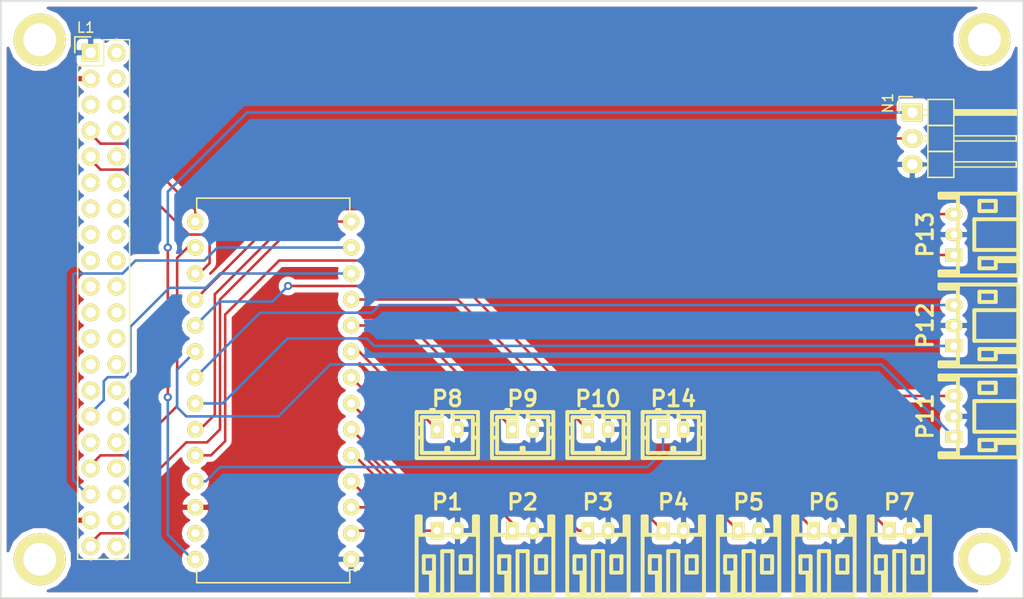
<source format=kicad_pcb>
(kicad_pcb (version 4) (host pcbnew 4.0.1-stable)

  (general
    (links 43)
    (no_connects 0)
    (area 58.852801 35.123001 182.541915 109.29554)
    (thickness 1.6)
    (drawings 10)
    (tracks 148)
    (zones 0)
    (modules 21)
    (nets 60)
  )

  (page A4)
  (layers
    (0 F.Cu signal)
    (31 B.Cu signal)
    (32 B.Adhes user)
    (33 F.Adhes user)
    (34 B.Paste user)
    (35 F.Paste user)
    (36 B.SilkS user)
    (37 F.SilkS user)
    (38 B.Mask user)
    (39 F.Mask user)
    (40 Dwgs.User user)
    (41 Cmts.User user)
    (42 Eco1.User user)
    (43 Eco2.User user hide)
    (44 Edge.Cuts user)
    (45 Margin user)
    (46 B.CrtYd user)
    (47 F.CrtYd user)
    (48 B.Fab user)
    (49 F.Fab user)
  )

  (setup
    (last_trace_width 0.25)
    (trace_clearance 0.2)
    (zone_clearance 0.508)
    (zone_45_only no)
    (trace_min 0.2)
    (segment_width 0.2)
    (edge_width 0.15)
    (via_size 0.8)
    (via_drill 0.4)
    (via_min_size 0.4)
    (via_min_drill 0.3)
    (uvia_size 0.3)
    (uvia_drill 0.1)
    (uvias_allowed no)
    (uvia_min_size 0.2)
    (uvia_min_drill 0.1)
    (pcb_text_width 0.3)
    (pcb_text_size 1.5 1.5)
    (mod_edge_width 0.15)
    (mod_text_size 1 1)
    (mod_text_width 0.15)
    (pad_size 1.524 1.524)
    (pad_drill 0.762)
    (pad_to_mask_clearance 0.2)
    (aux_axis_origin 78.4352 106.7562)
    (visible_elements 7FFFFFFF)
    (pcbplotparams
      (layerselection 0x010f0_80000001)
      (usegerberextensions true)
      (excludeedgelayer true)
      (linewidth 0.100000)
      (plotframeref false)
      (viasonmask false)
      (mode 1)
      (useauxorigin false)
      (hpglpennumber 1)
      (hpglpenspeed 20)
      (hpglpendiameter 15)
      (hpglpenoverlay 2)
      (psnegative false)
      (psa4output false)
      (plotreference true)
      (plotvalue true)
      (plotinvisibletext false)
      (padsonsilk false)
      (subtractmaskfromsilk true)
      (outputformat 1)
      (mirror false)
      (drillshape 0)
      (scaleselection 1)
      (outputdirectory GERBER2/))
  )

  (net 0 "")
  (net 1 "Net-(L1-Pad1)")
  (net 2 "Net-(L1-Pad19)")
  (net 3 "Net-(L1-Pad3)")
  (net 4 "Net-(L1-Pad4)")
  (net 5 "Net-(L1-Pad5)")
  (net 6 "Net-(L1-Pad6)")
  (net 7 "Net-(L1-Pad7)")
  (net 8 "Net-(L1-Pad8)")
  (net 9 "Net-(L1-Pad9)")
  (net 10 "Net-(L1-Pad10)")
  (net 11 "Net-(L1-Pad11)")
  (net 12 "Net-(L1-Pad12)")
  (net 13 "Net-(L1-Pad13)")
  (net 14 "Net-(L1-Pad14)")
  (net 15 "Net-(L1-Pad15)")
  (net 16 "Net-(L1-Pad16)")
  (net 17 "Net-(L1-Pad17)")
  (net 18 "Net-(L1-Pad18)")
  (net 19 "Net-(L1-Pad20)")
  (net 20 "Net-(L1-Pad21)")
  (net 21 "Net-(L1-Pad22)")
  (net 22 "Net-(L1-Pad23)")
  (net 23 "Net-(L1-Pad24)")
  (net 24 "Net-(L1-Pad25)")
  (net 25 "Net-(L1-Pad26)")
  (net 26 "Net-(L1-Pad27)")
  (net 27 "Net-(L1-Pad28)")
  (net 28 "Net-(L1-Pad29)")
  (net 29 "Net-(L1-Pad30)")
  (net 30 "Net-(L1-Pad31)")
  (net 31 "Net-(L1-Pad32)")
  (net 32 "Net-(L1-Pad33)")
  (net 33 "Net-(L1-Pad34)")
  (net 34 "Net-(L1-Pad35)")
  (net 35 "Net-(L1-Pad36)")
  (net 36 "Net-(L1-Pad37)")
  (net 37 "Net-(L1-Pad38)")
  (net 38 "Net-(L1-Pad39)")
  (net 39 "Net-(L1-Pad40)")
  (net 40 "Net-(N1-Pad1)")
  (net 41 "Net-(N1-Pad2)")
  (net 42 "Net-(P1-Pad1)")
  (net 43 "Net-(P2-Pad1)")
  (net 44 "Net-(P3-Pad1)")
  (net 45 "Net-(P4-Pad1)")
  (net 46 "Net-(P5-Pad1)")
  (net 47 "Net-(P6-Pad1)")
  (net 48 "Net-(P7-Pad1)")
  (net 49 "Net-(P8-Pad1)")
  (net 50 "Net-(P9-Pad1)")
  (net 51 "Net-(P10-Pad1)")
  (net 52 "Net-(P11-Pad1)")
  (net 53 "Net-(P11-Pad3)")
  (net 54 "Net-(P12-Pad1)")
  (net 55 "Net-(P12-Pad3)")
  (net 56 "Net-(P13-Pad1)")
  (net 57 "Net-(P13-Pad3)")
  (net 58 "Net-(P14-Pad1)")
  (net 59 "Net-(U1-Pad27)")

  (net_class Default "これは標準のネット クラスです。"
    (clearance 0.2)
    (trace_width 0.25)
    (via_dia 0.8)
    (via_drill 0.4)
    (uvia_dia 0.3)
    (uvia_drill 0.1)
    (add_net "Net-(L1-Pad1)")
    (add_net "Net-(L1-Pad10)")
    (add_net "Net-(L1-Pad11)")
    (add_net "Net-(L1-Pad12)")
    (add_net "Net-(L1-Pad13)")
    (add_net "Net-(L1-Pad14)")
    (add_net "Net-(L1-Pad15)")
    (add_net "Net-(L1-Pad16)")
    (add_net "Net-(L1-Pad17)")
    (add_net "Net-(L1-Pad18)")
    (add_net "Net-(L1-Pad19)")
    (add_net "Net-(L1-Pad20)")
    (add_net "Net-(L1-Pad21)")
    (add_net "Net-(L1-Pad22)")
    (add_net "Net-(L1-Pad23)")
    (add_net "Net-(L1-Pad24)")
    (add_net "Net-(L1-Pad25)")
    (add_net "Net-(L1-Pad26)")
    (add_net "Net-(L1-Pad27)")
    (add_net "Net-(L1-Pad28)")
    (add_net "Net-(L1-Pad29)")
    (add_net "Net-(L1-Pad3)")
    (add_net "Net-(L1-Pad30)")
    (add_net "Net-(L1-Pad31)")
    (add_net "Net-(L1-Pad32)")
    (add_net "Net-(L1-Pad33)")
    (add_net "Net-(L1-Pad34)")
    (add_net "Net-(L1-Pad35)")
    (add_net "Net-(L1-Pad36)")
    (add_net "Net-(L1-Pad37)")
    (add_net "Net-(L1-Pad38)")
    (add_net "Net-(L1-Pad39)")
    (add_net "Net-(L1-Pad4)")
    (add_net "Net-(L1-Pad40)")
    (add_net "Net-(L1-Pad5)")
    (add_net "Net-(L1-Pad6)")
    (add_net "Net-(L1-Pad7)")
    (add_net "Net-(L1-Pad8)")
    (add_net "Net-(L1-Pad9)")
    (add_net "Net-(N1-Pad1)")
    (add_net "Net-(N1-Pad2)")
    (add_net "Net-(P1-Pad1)")
    (add_net "Net-(P10-Pad1)")
    (add_net "Net-(P11-Pad1)")
    (add_net "Net-(P11-Pad3)")
    (add_net "Net-(P12-Pad1)")
    (add_net "Net-(P12-Pad3)")
    (add_net "Net-(P13-Pad1)")
    (add_net "Net-(P13-Pad3)")
    (add_net "Net-(P14-Pad1)")
    (add_net "Net-(P2-Pad1)")
    (add_net "Net-(P3-Pad1)")
    (add_net "Net-(P4-Pad1)")
    (add_net "Net-(P5-Pad1)")
    (add_net "Net-(P6-Pad1)")
    (add_net "Net-(P7-Pad1)")
    (add_net "Net-(P8-Pad1)")
    (add_net "Net-(P9-Pad1)")
    (add_net "Net-(U1-Pad27)")
  )

  (module w_conn_jst-ph:s2b-ph-kl (layer F.Cu) (tedit 5736C63F) (tstamp 572EDFEB)
    (at 166.37 100.076)
    (descr "JST PH series connector, S2B-PH-KL")
    (path /572AD56A)
    (fp_text reference P7 (at 0 -2.79908) (layer F.SilkS)
      (effects (font (thickness 0.3048)))
    )
    (fp_text value CONN_01X02 (at 0 7.80034) (layer F.SilkS) hide
      (effects (font (thickness 0.3048)))
    )
    (fp_line (start -1.30048 4.09956) (end -1.30048 6.2992) (layer F.SilkS) (width 0.381))
    (fp_line (start -1.30048 6.2992) (end -1.6002 6.2992) (layer F.SilkS) (width 0.381))
    (fp_line (start -1.6002 6.2992) (end -1.6002 4.09956) (layer F.SilkS) (width 0.381))
    (fp_line (start 0.50038 1.99898) (end 0.50038 6.2992) (layer F.SilkS) (width 0.381))
    (fp_line (start -0.50038 1.99898) (end -0.50038 6.2992) (layer F.SilkS) (width 0.381))
    (fp_line (start 0.50038 1.99898) (end -0.50038 1.99898) (layer F.SilkS) (width 0.381))
    (fp_line (start 1.29794 4.09956) (end 1.29794 2.49936) (layer F.SilkS) (width 0.381))
    (fp_line (start 2.2987 4.09956) (end 1.29794 4.09956) (layer F.SilkS) (width 0.381))
    (fp_line (start 2.2987 2.49936) (end 2.2987 4.09956) (layer F.SilkS) (width 0.381))
    (fp_line (start 1.29794 2.49936) (end 2.2987 2.49936) (layer F.SilkS) (width 0.381))
    (fp_line (start -2.30124 2.49936) (end -1.30048 2.49936) (layer F.SilkS) (width 0.381))
    (fp_line (start -1.30048 2.49936) (end -1.30048 4.09956) (layer F.SilkS) (width 0.381))
    (fp_line (start -1.30048 4.09956) (end -2.30124 4.09956) (layer F.SilkS) (width 0.381))
    (fp_line (start -2.30124 4.09956) (end -2.30124 2.49936) (layer F.SilkS) (width 0.381))
    (fp_line (start 2.99974 0.39878) (end -2.99974 0.39878) (layer F.SilkS) (width 0.381))
    (fp_line (start 2.79908 -1.39954) (end 2.79908 0.39878) (layer F.SilkS) (width 0.381))
    (fp_line (start -2.79908 -1.39954) (end -2.79908 0.39878) (layer F.SilkS) (width 0.381))
    (fp_line (start -2.99974 6.2992) (end 2.99974 6.2992) (layer F.SilkS) (width 0.381))
    (fp_line (start 2.99974 6.2992) (end 2.99974 -1.39954) (layer F.SilkS) (width 0.381))
    (fp_line (start 2.99974 -1.39954) (end 2.60096 -1.39954) (layer F.SilkS) (width 0.381))
    (fp_line (start 2.60096 -1.39954) (end 2.60096 0.39878) (layer F.SilkS) (width 0.381))
    (fp_line (start -2.60096 0.39878) (end -2.60096 -1.39954) (layer F.SilkS) (width 0.381))
    (fp_line (start -2.60096 -1.39954) (end -2.99974 -1.39954) (layer F.SilkS) (width 0.381))
    (fp_line (start -2.99974 -1.39954) (end -2.99974 6.2992) (layer F.SilkS) (width 0.381))
    (pad 1 thru_hole rect (at -1.00076 0) (size 1.19888 1.69926) (drill 0.70104) (layers *.Cu *.Mask F.SilkS)
      (net 48 "Net-(P7-Pad1)"))
    (pad 2 thru_hole oval (at 1.00076 0) (size 1.19888 1.69926) (drill 0.70104) (layers *.Cu *.Mask F.SilkS)
      (net 1 "Net-(L1-Pad1)"))
    (model walter/conn_jst-ph/s2b-ph-kl.wrl
      (at (xyz 0 0 0))
      (scale (xyz 1 1 1))
      (rotate (xyz 0 0 0))
    )
  )

  (module w_conn_jst-ph:s2b-ph-kl (layer F.Cu) (tedit 5736C61C) (tstamp 572EDFE5)
    (at 159.004 100.076)
    (descr "JST PH series connector, S2B-PH-KL")
    (path /572AD523)
    (fp_text reference P6 (at 0 -2.79908) (layer F.SilkS)
      (effects (font (thickness 0.3048)))
    )
    (fp_text value CONN_01X02 (at -0.4064 -5.334) (layer F.SilkS) hide
      (effects (font (thickness 0.3048)))
    )
    (fp_line (start -1.30048 4.09956) (end -1.30048 6.2992) (layer F.SilkS) (width 0.381))
    (fp_line (start -1.30048 6.2992) (end -1.6002 6.2992) (layer F.SilkS) (width 0.381))
    (fp_line (start -1.6002 6.2992) (end -1.6002 4.09956) (layer F.SilkS) (width 0.381))
    (fp_line (start 0.50038 1.99898) (end 0.50038 6.2992) (layer F.SilkS) (width 0.381))
    (fp_line (start -0.50038 1.99898) (end -0.50038 6.2992) (layer F.SilkS) (width 0.381))
    (fp_line (start 0.50038 1.99898) (end -0.50038 1.99898) (layer F.SilkS) (width 0.381))
    (fp_line (start 1.29794 4.09956) (end 1.29794 2.49936) (layer F.SilkS) (width 0.381))
    (fp_line (start 2.2987 4.09956) (end 1.29794 4.09956) (layer F.SilkS) (width 0.381))
    (fp_line (start 2.2987 2.49936) (end 2.2987 4.09956) (layer F.SilkS) (width 0.381))
    (fp_line (start 1.29794 2.49936) (end 2.2987 2.49936) (layer F.SilkS) (width 0.381))
    (fp_line (start -2.30124 2.49936) (end -1.30048 2.49936) (layer F.SilkS) (width 0.381))
    (fp_line (start -1.30048 2.49936) (end -1.30048 4.09956) (layer F.SilkS) (width 0.381))
    (fp_line (start -1.30048 4.09956) (end -2.30124 4.09956) (layer F.SilkS) (width 0.381))
    (fp_line (start -2.30124 4.09956) (end -2.30124 2.49936) (layer F.SilkS) (width 0.381))
    (fp_line (start 2.99974 0.39878) (end -2.99974 0.39878) (layer F.SilkS) (width 0.381))
    (fp_line (start 2.79908 -1.39954) (end 2.79908 0.39878) (layer F.SilkS) (width 0.381))
    (fp_line (start -2.79908 -1.39954) (end -2.79908 0.39878) (layer F.SilkS) (width 0.381))
    (fp_line (start -2.99974 6.2992) (end 2.99974 6.2992) (layer F.SilkS) (width 0.381))
    (fp_line (start 2.99974 6.2992) (end 2.99974 -1.39954) (layer F.SilkS) (width 0.381))
    (fp_line (start 2.99974 -1.39954) (end 2.60096 -1.39954) (layer F.SilkS) (width 0.381))
    (fp_line (start 2.60096 -1.39954) (end 2.60096 0.39878) (layer F.SilkS) (width 0.381))
    (fp_line (start -2.60096 0.39878) (end -2.60096 -1.39954) (layer F.SilkS) (width 0.381))
    (fp_line (start -2.60096 -1.39954) (end -2.99974 -1.39954) (layer F.SilkS) (width 0.381))
    (fp_line (start -2.99974 -1.39954) (end -2.99974 6.2992) (layer F.SilkS) (width 0.381))
    (pad 1 thru_hole rect (at -1.00076 0) (size 1.19888 1.69926) (drill 0.70104) (layers *.Cu *.Mask F.SilkS)
      (net 47 "Net-(P6-Pad1)"))
    (pad 2 thru_hole oval (at 1.00076 0) (size 1.19888 1.69926) (drill 0.70104) (layers *.Cu *.Mask F.SilkS)
      (net 1 "Net-(L1-Pad1)"))
    (model walter/conn_jst-ph/s2b-ph-kl.wrl
      (at (xyz 0 0 0))
      (scale (xyz 1 1 1))
      (rotate (xyz 0 0 0))
    )
  )

  (module w_conn_jst-ph:s2b-ph-kl (layer F.Cu) (tedit 5736C639) (tstamp 572EDFDF)
    (at 151.638 100.076)
    (descr "JST PH series connector, S2B-PH-KL")
    (path /572AD344)
    (fp_text reference P5 (at 0 -2.79908) (layer F.SilkS)
      (effects (font (thickness 0.3048)))
    )
    (fp_text value CONN_01X02 (at 0 7.80034) (layer F.SilkS) hide
      (effects (font (thickness 0.3048)))
    )
    (fp_line (start -1.30048 4.09956) (end -1.30048 6.2992) (layer F.SilkS) (width 0.381))
    (fp_line (start -1.30048 6.2992) (end -1.6002 6.2992) (layer F.SilkS) (width 0.381))
    (fp_line (start -1.6002 6.2992) (end -1.6002 4.09956) (layer F.SilkS) (width 0.381))
    (fp_line (start 0.50038 1.99898) (end 0.50038 6.2992) (layer F.SilkS) (width 0.381))
    (fp_line (start -0.50038 1.99898) (end -0.50038 6.2992) (layer F.SilkS) (width 0.381))
    (fp_line (start 0.50038 1.99898) (end -0.50038 1.99898) (layer F.SilkS) (width 0.381))
    (fp_line (start 1.29794 4.09956) (end 1.29794 2.49936) (layer F.SilkS) (width 0.381))
    (fp_line (start 2.2987 4.09956) (end 1.29794 4.09956) (layer F.SilkS) (width 0.381))
    (fp_line (start 2.2987 2.49936) (end 2.2987 4.09956) (layer F.SilkS) (width 0.381))
    (fp_line (start 1.29794 2.49936) (end 2.2987 2.49936) (layer F.SilkS) (width 0.381))
    (fp_line (start -2.30124 2.49936) (end -1.30048 2.49936) (layer F.SilkS) (width 0.381))
    (fp_line (start -1.30048 2.49936) (end -1.30048 4.09956) (layer F.SilkS) (width 0.381))
    (fp_line (start -1.30048 4.09956) (end -2.30124 4.09956) (layer F.SilkS) (width 0.381))
    (fp_line (start -2.30124 4.09956) (end -2.30124 2.49936) (layer F.SilkS) (width 0.381))
    (fp_line (start 2.99974 0.39878) (end -2.99974 0.39878) (layer F.SilkS) (width 0.381))
    (fp_line (start 2.79908 -1.39954) (end 2.79908 0.39878) (layer F.SilkS) (width 0.381))
    (fp_line (start -2.79908 -1.39954) (end -2.79908 0.39878) (layer F.SilkS) (width 0.381))
    (fp_line (start -2.99974 6.2992) (end 2.99974 6.2992) (layer F.SilkS) (width 0.381))
    (fp_line (start 2.99974 6.2992) (end 2.99974 -1.39954) (layer F.SilkS) (width 0.381))
    (fp_line (start 2.99974 -1.39954) (end 2.60096 -1.39954) (layer F.SilkS) (width 0.381))
    (fp_line (start 2.60096 -1.39954) (end 2.60096 0.39878) (layer F.SilkS) (width 0.381))
    (fp_line (start -2.60096 0.39878) (end -2.60096 -1.39954) (layer F.SilkS) (width 0.381))
    (fp_line (start -2.60096 -1.39954) (end -2.99974 -1.39954) (layer F.SilkS) (width 0.381))
    (fp_line (start -2.99974 -1.39954) (end -2.99974 6.2992) (layer F.SilkS) (width 0.381))
    (pad 1 thru_hole rect (at -1.00076 0) (size 1.19888 1.69926) (drill 0.70104) (layers *.Cu *.Mask F.SilkS)
      (net 46 "Net-(P5-Pad1)"))
    (pad 2 thru_hole oval (at 1.00076 0) (size 1.19888 1.69926) (drill 0.70104) (layers *.Cu *.Mask F.SilkS)
      (net 1 "Net-(L1-Pad1)"))
    (model walter/conn_jst-ph/s2b-ph-kl.wrl
      (at (xyz 0 0 0))
      (scale (xyz 1 1 1))
      (rotate (xyz 0 0 0))
    )
  )

  (module w_conn_jst-ph:s2b-ph-kl (layer F.Cu) (tedit 5736C631) (tstamp 572EDFD9)
    (at 144.272 100.076)
    (descr "JST PH series connector, S2B-PH-KL")
    (path /572AD311)
    (fp_text reference P4 (at 0 -2.79908) (layer F.SilkS)
      (effects (font (thickness 0.3048)))
    )
    (fp_text value CONN_01X02 (at 0 7.80034) (layer F.SilkS) hide
      (effects (font (thickness 0.3048)))
    )
    (fp_line (start -1.30048 4.09956) (end -1.30048 6.2992) (layer F.SilkS) (width 0.381))
    (fp_line (start -1.30048 6.2992) (end -1.6002 6.2992) (layer F.SilkS) (width 0.381))
    (fp_line (start -1.6002 6.2992) (end -1.6002 4.09956) (layer F.SilkS) (width 0.381))
    (fp_line (start 0.50038 1.99898) (end 0.50038 6.2992) (layer F.SilkS) (width 0.381))
    (fp_line (start -0.50038 1.99898) (end -0.50038 6.2992) (layer F.SilkS) (width 0.381))
    (fp_line (start 0.50038 1.99898) (end -0.50038 1.99898) (layer F.SilkS) (width 0.381))
    (fp_line (start 1.29794 4.09956) (end 1.29794 2.49936) (layer F.SilkS) (width 0.381))
    (fp_line (start 2.2987 4.09956) (end 1.29794 4.09956) (layer F.SilkS) (width 0.381))
    (fp_line (start 2.2987 2.49936) (end 2.2987 4.09956) (layer F.SilkS) (width 0.381))
    (fp_line (start 1.29794 2.49936) (end 2.2987 2.49936) (layer F.SilkS) (width 0.381))
    (fp_line (start -2.30124 2.49936) (end -1.30048 2.49936) (layer F.SilkS) (width 0.381))
    (fp_line (start -1.30048 2.49936) (end -1.30048 4.09956) (layer F.SilkS) (width 0.381))
    (fp_line (start -1.30048 4.09956) (end -2.30124 4.09956) (layer F.SilkS) (width 0.381))
    (fp_line (start -2.30124 4.09956) (end -2.30124 2.49936) (layer F.SilkS) (width 0.381))
    (fp_line (start 2.99974 0.39878) (end -2.99974 0.39878) (layer F.SilkS) (width 0.381))
    (fp_line (start 2.79908 -1.39954) (end 2.79908 0.39878) (layer F.SilkS) (width 0.381))
    (fp_line (start -2.79908 -1.39954) (end -2.79908 0.39878) (layer F.SilkS) (width 0.381))
    (fp_line (start -2.99974 6.2992) (end 2.99974 6.2992) (layer F.SilkS) (width 0.381))
    (fp_line (start 2.99974 6.2992) (end 2.99974 -1.39954) (layer F.SilkS) (width 0.381))
    (fp_line (start 2.99974 -1.39954) (end 2.60096 -1.39954) (layer F.SilkS) (width 0.381))
    (fp_line (start 2.60096 -1.39954) (end 2.60096 0.39878) (layer F.SilkS) (width 0.381))
    (fp_line (start -2.60096 0.39878) (end -2.60096 -1.39954) (layer F.SilkS) (width 0.381))
    (fp_line (start -2.60096 -1.39954) (end -2.99974 -1.39954) (layer F.SilkS) (width 0.381))
    (fp_line (start -2.99974 -1.39954) (end -2.99974 6.2992) (layer F.SilkS) (width 0.381))
    (pad 1 thru_hole rect (at -1.00076 0) (size 1.19888 1.69926) (drill 0.70104) (layers *.Cu *.Mask F.SilkS)
      (net 45 "Net-(P4-Pad1)"))
    (pad 2 thru_hole oval (at 1.00076 0) (size 1.19888 1.69926) (drill 0.70104) (layers *.Cu *.Mask F.SilkS)
      (net 1 "Net-(L1-Pad1)"))
    (model walter/conn_jst-ph/s2b-ph-kl.wrl
      (at (xyz 0 0 0))
      (scale (xyz 1 1 1))
      (rotate (xyz 0 0 0))
    )
  )

  (module w_conn_jst-ph:s2b-ph-kl (layer F.Cu) (tedit 5736C62A) (tstamp 572EDFD3)
    (at 136.906 100.076)
    (descr "JST PH series connector, S2B-PH-KL")
    (path /572AD2EA)
    (fp_text reference P3 (at 0 -2.79908) (layer F.SilkS)
      (effects (font (thickness 0.3048)))
    )
    (fp_text value CONN_01X02 (at 0 7.80034) (layer F.SilkS) hide
      (effects (font (thickness 0.3048)))
    )
    (fp_line (start -1.30048 4.09956) (end -1.30048 6.2992) (layer F.SilkS) (width 0.381))
    (fp_line (start -1.30048 6.2992) (end -1.6002 6.2992) (layer F.SilkS) (width 0.381))
    (fp_line (start -1.6002 6.2992) (end -1.6002 4.09956) (layer F.SilkS) (width 0.381))
    (fp_line (start 0.50038 1.99898) (end 0.50038 6.2992) (layer F.SilkS) (width 0.381))
    (fp_line (start -0.50038 1.99898) (end -0.50038 6.2992) (layer F.SilkS) (width 0.381))
    (fp_line (start 0.50038 1.99898) (end -0.50038 1.99898) (layer F.SilkS) (width 0.381))
    (fp_line (start 1.29794 4.09956) (end 1.29794 2.49936) (layer F.SilkS) (width 0.381))
    (fp_line (start 2.2987 4.09956) (end 1.29794 4.09956) (layer F.SilkS) (width 0.381))
    (fp_line (start 2.2987 2.49936) (end 2.2987 4.09956) (layer F.SilkS) (width 0.381))
    (fp_line (start 1.29794 2.49936) (end 2.2987 2.49936) (layer F.SilkS) (width 0.381))
    (fp_line (start -2.30124 2.49936) (end -1.30048 2.49936) (layer F.SilkS) (width 0.381))
    (fp_line (start -1.30048 2.49936) (end -1.30048 4.09956) (layer F.SilkS) (width 0.381))
    (fp_line (start -1.30048 4.09956) (end -2.30124 4.09956) (layer F.SilkS) (width 0.381))
    (fp_line (start -2.30124 4.09956) (end -2.30124 2.49936) (layer F.SilkS) (width 0.381))
    (fp_line (start 2.99974 0.39878) (end -2.99974 0.39878) (layer F.SilkS) (width 0.381))
    (fp_line (start 2.79908 -1.39954) (end 2.79908 0.39878) (layer F.SilkS) (width 0.381))
    (fp_line (start -2.79908 -1.39954) (end -2.79908 0.39878) (layer F.SilkS) (width 0.381))
    (fp_line (start -2.99974 6.2992) (end 2.99974 6.2992) (layer F.SilkS) (width 0.381))
    (fp_line (start 2.99974 6.2992) (end 2.99974 -1.39954) (layer F.SilkS) (width 0.381))
    (fp_line (start 2.99974 -1.39954) (end 2.60096 -1.39954) (layer F.SilkS) (width 0.381))
    (fp_line (start 2.60096 -1.39954) (end 2.60096 0.39878) (layer F.SilkS) (width 0.381))
    (fp_line (start -2.60096 0.39878) (end -2.60096 -1.39954) (layer F.SilkS) (width 0.381))
    (fp_line (start -2.60096 -1.39954) (end -2.99974 -1.39954) (layer F.SilkS) (width 0.381))
    (fp_line (start -2.99974 -1.39954) (end -2.99974 6.2992) (layer F.SilkS) (width 0.381))
    (pad 1 thru_hole rect (at -1.00076 0) (size 1.19888 1.69926) (drill 0.70104) (layers *.Cu *.Mask F.SilkS)
      (net 44 "Net-(P3-Pad1)"))
    (pad 2 thru_hole oval (at 1.00076 0) (size 1.19888 1.69926) (drill 0.70104) (layers *.Cu *.Mask F.SilkS)
      (net 1 "Net-(L1-Pad1)"))
    (model walter/conn_jst-ph/s2b-ph-kl.wrl
      (at (xyz 0 0 0))
      (scale (xyz 1 1 1))
      (rotate (xyz 0 0 0))
    )
  )

  (module w_conn_jst-ph:s2b-ph-kl (layer F.Cu) (tedit 573C6D3A) (tstamp 572EDFCD)
    (at 129.54 100.076)
    (descr "JST PH series connector, S2B-PH-KL")
    (path /572AD29F)
    (fp_text reference P2 (at 0 -2.79908) (layer F.SilkS)
      (effects (font (thickness 0.3048)))
    )
    (fp_text value CONN_01X02 (at 0 7.80034) (layer F.SilkS) hide
      (effects (font (thickness 0.3048)))
    )
    (fp_line (start -1.30048 4.09956) (end -1.30048 6.2992) (layer F.SilkS) (width 0.381))
    (fp_line (start -1.30048 6.2992) (end -1.6002 6.2992) (layer F.SilkS) (width 0.381))
    (fp_line (start -1.6002 6.2992) (end -1.6002 4.09956) (layer F.SilkS) (width 0.381))
    (fp_line (start 0.50038 1.99898) (end 0.50038 6.2992) (layer F.SilkS) (width 0.381))
    (fp_line (start -0.50038 1.99898) (end -0.50038 6.2992) (layer F.SilkS) (width 0.381))
    (fp_line (start 0.50038 1.99898) (end -0.50038 1.99898) (layer F.SilkS) (width 0.381))
    (fp_line (start 1.29794 4.09956) (end 1.29794 2.49936) (layer F.SilkS) (width 0.381))
    (fp_line (start 2.2987 4.09956) (end 1.29794 4.09956) (layer F.SilkS) (width 0.381))
    (fp_line (start 2.2987 2.49936) (end 2.2987 4.09956) (layer F.SilkS) (width 0.381))
    (fp_line (start 1.29794 2.49936) (end 2.2987 2.49936) (layer F.SilkS) (width 0.381))
    (fp_line (start -2.30124 2.49936) (end -1.30048 2.49936) (layer F.SilkS) (width 0.381))
    (fp_line (start -1.30048 2.49936) (end -1.30048 4.09956) (layer F.SilkS) (width 0.381))
    (fp_line (start -1.30048 4.09956) (end -2.30124 4.09956) (layer F.SilkS) (width 0.381))
    (fp_line (start -2.30124 4.09956) (end -2.30124 2.49936) (layer F.SilkS) (width 0.381))
    (fp_line (start 2.99974 0.39878) (end -2.99974 0.39878) (layer F.SilkS) (width 0.381))
    (fp_line (start 2.79908 -1.39954) (end 2.79908 0.39878) (layer F.SilkS) (width 0.381))
    (fp_line (start -2.79908 -1.39954) (end -2.79908 0.39878) (layer F.SilkS) (width 0.381))
    (fp_line (start -2.99974 6.2992) (end 2.99974 6.2992) (layer F.SilkS) (width 0.381))
    (fp_line (start 2.99974 6.2992) (end 2.99974 -1.39954) (layer F.SilkS) (width 0.381))
    (fp_line (start 2.99974 -1.39954) (end 2.60096 -1.39954) (layer F.SilkS) (width 0.381))
    (fp_line (start 2.60096 -1.39954) (end 2.60096 0.39878) (layer F.SilkS) (width 0.381))
    (fp_line (start -2.60096 0.39878) (end -2.60096 -1.39954) (layer F.SilkS) (width 0.381))
    (fp_line (start -2.60096 -1.39954) (end -2.99974 -1.39954) (layer F.SilkS) (width 0.381))
    (fp_line (start -2.99974 -1.39954) (end -2.99974 6.2992) (layer F.SilkS) (width 0.381))
    (pad 1 thru_hole rect (at -1.00076 0) (size 1.19888 1.69926) (drill 0.70104) (layers *.Cu *.Mask F.SilkS)
      (net 43 "Net-(P2-Pad1)"))
    (pad 2 thru_hole oval (at 1.00076 0) (size 1.19888 1.69926) (drill 0.70104) (layers *.Cu *.Mask F.SilkS)
      (net 1 "Net-(L1-Pad1)"))
    (model walter/conn_jst-ph/s2b-ph-kl.wrl
      (at (xyz 0 0 0))
      (scale (xyz 1 1 1))
      (rotate (xyz 0 0 0))
    )
  )

  (module w_conn_jst-ph:s2b-ph-kl (layer F.Cu) (tedit 5736C5F4) (tstamp 572EDFC7)
    (at 122.174 100.076)
    (descr "JST PH series connector, S2B-PH-KL")
    (path /572AD208)
    (fp_text reference P1 (at 0 -2.79908) (layer F.SilkS)
      (effects (font (thickness 0.3048)))
    )
    (fp_text value CONN_01X02 (at 0.4826 -4.826) (layer F.SilkS) hide
      (effects (font (thickness 0.3048)))
    )
    (fp_line (start -1.30048 4.09956) (end -1.30048 6.2992) (layer F.SilkS) (width 0.381))
    (fp_line (start -1.30048 6.2992) (end -1.6002 6.2992) (layer F.SilkS) (width 0.381))
    (fp_line (start -1.6002 6.2992) (end -1.6002 4.09956) (layer F.SilkS) (width 0.381))
    (fp_line (start 0.50038 1.99898) (end 0.50038 6.2992) (layer F.SilkS) (width 0.381))
    (fp_line (start -0.50038 1.99898) (end -0.50038 6.2992) (layer F.SilkS) (width 0.381))
    (fp_line (start 0.50038 1.99898) (end -0.50038 1.99898) (layer F.SilkS) (width 0.381))
    (fp_line (start 1.29794 4.09956) (end 1.29794 2.49936) (layer F.SilkS) (width 0.381))
    (fp_line (start 2.2987 4.09956) (end 1.29794 4.09956) (layer F.SilkS) (width 0.381))
    (fp_line (start 2.2987 2.49936) (end 2.2987 4.09956) (layer F.SilkS) (width 0.381))
    (fp_line (start 1.29794 2.49936) (end 2.2987 2.49936) (layer F.SilkS) (width 0.381))
    (fp_line (start -2.30124 2.49936) (end -1.30048 2.49936) (layer F.SilkS) (width 0.381))
    (fp_line (start -1.30048 2.49936) (end -1.30048 4.09956) (layer F.SilkS) (width 0.381))
    (fp_line (start -1.30048 4.09956) (end -2.30124 4.09956) (layer F.SilkS) (width 0.381))
    (fp_line (start -2.30124 4.09956) (end -2.30124 2.49936) (layer F.SilkS) (width 0.381))
    (fp_line (start 2.99974 0.39878) (end -2.99974 0.39878) (layer F.SilkS) (width 0.381))
    (fp_line (start 2.79908 -1.39954) (end 2.79908 0.39878) (layer F.SilkS) (width 0.381))
    (fp_line (start -2.79908 -1.39954) (end -2.79908 0.39878) (layer F.SilkS) (width 0.381))
    (fp_line (start -2.99974 6.2992) (end 2.99974 6.2992) (layer F.SilkS) (width 0.381))
    (fp_line (start 2.99974 6.2992) (end 2.99974 -1.39954) (layer F.SilkS) (width 0.381))
    (fp_line (start 2.99974 -1.39954) (end 2.60096 -1.39954) (layer F.SilkS) (width 0.381))
    (fp_line (start 2.60096 -1.39954) (end 2.60096 0.39878) (layer F.SilkS) (width 0.381))
    (fp_line (start -2.60096 0.39878) (end -2.60096 -1.39954) (layer F.SilkS) (width 0.381))
    (fp_line (start -2.60096 -1.39954) (end -2.99974 -1.39954) (layer F.SilkS) (width 0.381))
    (fp_line (start -2.99974 -1.39954) (end -2.99974 6.2992) (layer F.SilkS) (width 0.381))
    (pad 1 thru_hole rect (at -1.00076 0) (size 1.19888 1.69926) (drill 0.70104) (layers *.Cu *.Mask F.SilkS)
      (net 42 "Net-(P1-Pad1)"))
    (pad 2 thru_hole oval (at 1.00076 0) (size 1.19888 1.69926) (drill 0.70104) (layers *.Cu *.Mask F.SilkS)
      (net 1 "Net-(L1-Pad1)"))
    (model walter/conn_jst-ph/s2b-ph-kl.wrl
      (at (xyz 0 0 0))
      (scale (xyz 1 1 1))
      (rotate (xyz 0 0 0))
    )
  )

  (module Pin_Headers:Pin_Header_Angled_1x03 (layer F.Cu) (tedit 5736C677) (tstamp 572EDFC1)
    (at 167.64 59.182)
    (descr "Through hole pin header")
    (tags "pin header")
    (path /572B04D7)
    (fp_text reference N1 (at -2.3876 -0.9144 90) (layer F.SilkS)
      (effects (font (size 1 1) (thickness 0.15)))
    )
    (fp_text value CONN_01X03 (at 0 -3.1) (layer F.Fab) hide
      (effects (font (size 1 1) (thickness 0.15)))
    )
    (fp_line (start -1.5 -1.75) (end -1.5 6.85) (layer F.CrtYd) (width 0.05))
    (fp_line (start 10.65 -1.75) (end 10.65 6.85) (layer F.CrtYd) (width 0.05))
    (fp_line (start -1.5 -1.75) (end 10.65 -1.75) (layer F.CrtYd) (width 0.05))
    (fp_line (start -1.5 6.85) (end 10.65 6.85) (layer F.CrtYd) (width 0.05))
    (fp_line (start -1.3 -1.55) (end -1.3 0) (layer F.SilkS) (width 0.15))
    (fp_line (start 0 -1.55) (end -1.3 -1.55) (layer F.SilkS) (width 0.15))
    (fp_line (start 4.191 -0.127) (end 10.033 -0.127) (layer F.SilkS) (width 0.15))
    (fp_line (start 10.033 -0.127) (end 10.033 0.127) (layer F.SilkS) (width 0.15))
    (fp_line (start 10.033 0.127) (end 4.191 0.127) (layer F.SilkS) (width 0.15))
    (fp_line (start 4.191 0.127) (end 4.191 0) (layer F.SilkS) (width 0.15))
    (fp_line (start 4.191 0) (end 10.033 0) (layer F.SilkS) (width 0.15))
    (fp_line (start 1.524 -0.254) (end 1.143 -0.254) (layer F.SilkS) (width 0.15))
    (fp_line (start 1.524 0.254) (end 1.143 0.254) (layer F.SilkS) (width 0.15))
    (fp_line (start 1.524 2.286) (end 1.143 2.286) (layer F.SilkS) (width 0.15))
    (fp_line (start 1.524 2.794) (end 1.143 2.794) (layer F.SilkS) (width 0.15))
    (fp_line (start 1.524 4.826) (end 1.143 4.826) (layer F.SilkS) (width 0.15))
    (fp_line (start 1.524 5.334) (end 1.143 5.334) (layer F.SilkS) (width 0.15))
    (fp_line (start 4.064 1.27) (end 4.064 -1.27) (layer F.SilkS) (width 0.15))
    (fp_line (start 10.16 0.254) (end 4.064 0.254) (layer F.SilkS) (width 0.15))
    (fp_line (start 10.16 -0.254) (end 10.16 0.254) (layer F.SilkS) (width 0.15))
    (fp_line (start 4.064 -0.254) (end 10.16 -0.254) (layer F.SilkS) (width 0.15))
    (fp_line (start 1.524 1.27) (end 4.064 1.27) (layer F.SilkS) (width 0.15))
    (fp_line (start 1.524 -1.27) (end 1.524 1.27) (layer F.SilkS) (width 0.15))
    (fp_line (start 1.524 -1.27) (end 4.064 -1.27) (layer F.SilkS) (width 0.15))
    (fp_line (start 1.524 3.81) (end 4.064 3.81) (layer F.SilkS) (width 0.15))
    (fp_line (start 1.524 3.81) (end 1.524 6.35) (layer F.SilkS) (width 0.15))
    (fp_line (start 4.064 4.826) (end 10.16 4.826) (layer F.SilkS) (width 0.15))
    (fp_line (start 10.16 4.826) (end 10.16 5.334) (layer F.SilkS) (width 0.15))
    (fp_line (start 10.16 5.334) (end 4.064 5.334) (layer F.SilkS) (width 0.15))
    (fp_line (start 4.064 6.35) (end 4.064 3.81) (layer F.SilkS) (width 0.15))
    (fp_line (start 4.064 3.81) (end 4.064 1.27) (layer F.SilkS) (width 0.15))
    (fp_line (start 10.16 2.794) (end 4.064 2.794) (layer F.SilkS) (width 0.15))
    (fp_line (start 10.16 2.286) (end 10.16 2.794) (layer F.SilkS) (width 0.15))
    (fp_line (start 4.064 2.286) (end 10.16 2.286) (layer F.SilkS) (width 0.15))
    (fp_line (start 1.524 3.81) (end 4.064 3.81) (layer F.SilkS) (width 0.15))
    (fp_line (start 1.524 1.27) (end 1.524 3.81) (layer F.SilkS) (width 0.15))
    (fp_line (start 1.524 1.27) (end 4.064 1.27) (layer F.SilkS) (width 0.15))
    (fp_line (start 1.524 6.35) (end 4.064 6.35) (layer F.SilkS) (width 0.15))
    (pad 1 thru_hole rect (at 0 0) (size 2.032 1.7272) (drill 1.016) (layers *.Cu *.Mask F.SilkS)
      (net 40 "Net-(N1-Pad1)"))
    (pad 2 thru_hole oval (at 0 2.54) (size 2.032 1.7272) (drill 1.016) (layers *.Cu *.Mask F.SilkS)
      (net 41 "Net-(N1-Pad2)"))
    (pad 3 thru_hole oval (at 0 5.08) (size 2.032 1.7272) (drill 1.016) (layers *.Cu *.Mask F.SilkS)
      (net 1 "Net-(L1-Pad1)"))
    (model Pin_Headers.3dshapes/Pin_Header_Angled_1x03.wrl
      (at (xyz 0 -0.1 0))
      (scale (xyz 1 1 1))
      (rotate (xyz 0 0 90))
    )
  )

  (module w_conn_jst-ph:s3b-ph-kl (layer F.Cu) (tedit 5736C649) (tstamp 572EE004)
    (at 171.704 88.9 90)
    (descr "JST PH series connector, S3B-PH-KL")
    (path /572AE69A)
    (fp_text reference P11 (at 0 -2.79908 90) (layer F.SilkS)
      (effects (font (thickness 0.3048)))
    )
    (fp_text value CONN_01X03 (at 0 7.80034 90) (layer F.SilkS) hide
      (effects (font (thickness 0.3048)))
    )
    (fp_line (start -2.30124 4.09956) (end -2.30124 6.2992) (layer F.SilkS) (width 0.381))
    (fp_line (start -2.30124 6.2992) (end -2.60096 6.2992) (layer F.SilkS) (width 0.381))
    (fp_line (start -2.60096 6.2992) (end -2.60096 4.09956) (layer F.SilkS) (width 0.381))
    (fp_line (start -4.0005 0.39878) (end 4.0005 0.39878) (layer F.SilkS) (width 0.381))
    (fp_line (start -1.50114 1.99898) (end 1.50114 1.99898) (layer F.SilkS) (width 0.381))
    (fp_line (start -4.0005 6.2992) (end 4.0005 6.2992) (layer F.SilkS) (width 0.381))
    (fp_line (start 1.4986 1.99898) (end 1.4986 6.2992) (layer F.SilkS) (width 0.381))
    (fp_line (start -1.50114 1.99898) (end -1.50114 6.2992) (layer F.SilkS) (width 0.381))
    (fp_line (start 2.29616 4.09956) (end 2.29616 2.49936) (layer F.SilkS) (width 0.381))
    (fp_line (start 3.29692 4.09956) (end 2.29616 4.09956) (layer F.SilkS) (width 0.381))
    (fp_line (start 3.29692 2.49936) (end 3.29692 4.09956) (layer F.SilkS) (width 0.381))
    (fp_line (start 2.29616 2.49936) (end 3.29692 2.49936) (layer F.SilkS) (width 0.381))
    (fp_line (start -3.302 2.49936) (end -2.30124 2.49936) (layer F.SilkS) (width 0.381))
    (fp_line (start -2.30124 2.49936) (end -2.30124 4.09956) (layer F.SilkS) (width 0.381))
    (fp_line (start -2.30124 4.09956) (end -3.302 4.09956) (layer F.SilkS) (width 0.381))
    (fp_line (start -3.302 4.09956) (end -3.302 2.49936) (layer F.SilkS) (width 0.381))
    (fp_line (start 3.79984 -1.39954) (end 3.79984 0.39878) (layer F.SilkS) (width 0.381))
    (fp_line (start -3.79984 -1.39954) (end -3.79984 0.39878) (layer F.SilkS) (width 0.381))
    (fp_line (start 4.0005 6.2992) (end 4.0005 -1.39954) (layer F.SilkS) (width 0.381))
    (fp_line (start 4.0005 -1.39954) (end 3.60172 -1.39954) (layer F.SilkS) (width 0.381))
    (fp_line (start 3.60172 -1.39954) (end 3.60172 0.39878) (layer F.SilkS) (width 0.381))
    (fp_line (start -3.60172 0.39878) (end -3.60172 -1.39954) (layer F.SilkS) (width 0.381))
    (fp_line (start -3.60172 -1.39954) (end -4.0005 -1.39954) (layer F.SilkS) (width 0.381))
    (fp_line (start -4.0005 -1.39954) (end -4.0005 6.2992) (layer F.SilkS) (width 0.381))
    (pad 1 thru_hole rect (at -1.99898 0 90) (size 1.19888 1.69926) (drill 0.70104) (layers *.Cu *.Mask F.SilkS)
      (net 52 "Net-(P11-Pad1)"))
    (pad 2 thru_hole oval (at 0 0 90) (size 1.19888 1.69926) (drill 0.70104) (layers *.Cu *.Mask F.SilkS)
      (net 1 "Net-(L1-Pad1)"))
    (pad 3 thru_hole oval (at 1.99898 0 90) (size 1.19888 1.69926) (drill 0.70104) (layers *.Cu *.Mask F.SilkS)
      (net 53 "Net-(P11-Pad3)"))
    (model walter/conn_jst-ph/s3b-ph-kl.wrl
      (at (xyz 0 0 0))
      (scale (xyz 1 1 1))
      (rotate (xyz 0 0 0))
    )
  )

  (module w_conn_jst-ph:s3b-ph-kl (layer F.Cu) (tedit 5736C64F) (tstamp 572EE00B)
    (at 171.704 80.01 90)
    (descr "JST PH series connector, S3B-PH-KL")
    (path /572AE747)
    (fp_text reference P12 (at 0 -2.79908 90) (layer F.SilkS)
      (effects (font (thickness 0.3048)))
    )
    (fp_text value CONN_01X03 (at 0 7.80034 90) (layer F.SilkS) hide
      (effects (font (thickness 0.3048)))
    )
    (fp_line (start -2.30124 4.09956) (end -2.30124 6.2992) (layer F.SilkS) (width 0.381))
    (fp_line (start -2.30124 6.2992) (end -2.60096 6.2992) (layer F.SilkS) (width 0.381))
    (fp_line (start -2.60096 6.2992) (end -2.60096 4.09956) (layer F.SilkS) (width 0.381))
    (fp_line (start -4.0005 0.39878) (end 4.0005 0.39878) (layer F.SilkS) (width 0.381))
    (fp_line (start -1.50114 1.99898) (end 1.50114 1.99898) (layer F.SilkS) (width 0.381))
    (fp_line (start -4.0005 6.2992) (end 4.0005 6.2992) (layer F.SilkS) (width 0.381))
    (fp_line (start 1.4986 1.99898) (end 1.4986 6.2992) (layer F.SilkS) (width 0.381))
    (fp_line (start -1.50114 1.99898) (end -1.50114 6.2992) (layer F.SilkS) (width 0.381))
    (fp_line (start 2.29616 4.09956) (end 2.29616 2.49936) (layer F.SilkS) (width 0.381))
    (fp_line (start 3.29692 4.09956) (end 2.29616 4.09956) (layer F.SilkS) (width 0.381))
    (fp_line (start 3.29692 2.49936) (end 3.29692 4.09956) (layer F.SilkS) (width 0.381))
    (fp_line (start 2.29616 2.49936) (end 3.29692 2.49936) (layer F.SilkS) (width 0.381))
    (fp_line (start -3.302 2.49936) (end -2.30124 2.49936) (layer F.SilkS) (width 0.381))
    (fp_line (start -2.30124 2.49936) (end -2.30124 4.09956) (layer F.SilkS) (width 0.381))
    (fp_line (start -2.30124 4.09956) (end -3.302 4.09956) (layer F.SilkS) (width 0.381))
    (fp_line (start -3.302 4.09956) (end -3.302 2.49936) (layer F.SilkS) (width 0.381))
    (fp_line (start 3.79984 -1.39954) (end 3.79984 0.39878) (layer F.SilkS) (width 0.381))
    (fp_line (start -3.79984 -1.39954) (end -3.79984 0.39878) (layer F.SilkS) (width 0.381))
    (fp_line (start 4.0005 6.2992) (end 4.0005 -1.39954) (layer F.SilkS) (width 0.381))
    (fp_line (start 4.0005 -1.39954) (end 3.60172 -1.39954) (layer F.SilkS) (width 0.381))
    (fp_line (start 3.60172 -1.39954) (end 3.60172 0.39878) (layer F.SilkS) (width 0.381))
    (fp_line (start -3.60172 0.39878) (end -3.60172 -1.39954) (layer F.SilkS) (width 0.381))
    (fp_line (start -3.60172 -1.39954) (end -4.0005 -1.39954) (layer F.SilkS) (width 0.381))
    (fp_line (start -4.0005 -1.39954) (end -4.0005 6.2992) (layer F.SilkS) (width 0.381))
    (pad 1 thru_hole rect (at -1.99898 0 90) (size 1.19888 1.69926) (drill 0.70104) (layers *.Cu *.Mask F.SilkS)
      (net 54 "Net-(P12-Pad1)"))
    (pad 2 thru_hole oval (at 0 0 90) (size 1.19888 1.69926) (drill 0.70104) (layers *.Cu *.Mask F.SilkS)
      (net 1 "Net-(L1-Pad1)"))
    (pad 3 thru_hole oval (at 1.99898 0 90) (size 1.19888 1.69926) (drill 0.70104) (layers *.Cu *.Mask F.SilkS)
      (net 55 "Net-(P12-Pad3)"))
    (model walter/conn_jst-ph/s3b-ph-kl.wrl
      (at (xyz 0 0 0))
      (scale (xyz 1 1 1))
      (rotate (xyz 0 0 0))
    )
  )

  (module w_conn_jst-ph:s3b-ph-kl (layer F.Cu) (tedit 5736C656) (tstamp 572EE012)
    (at 171.704 71.12 90)
    (descr "JST PH series connector, S3B-PH-KL")
    (path /572AE77E)
    (fp_text reference P13 (at 0 -2.79908 90) (layer F.SilkS)
      (effects (font (thickness 0.3048)))
    )
    (fp_text value CONN_01X03 (at 0 7.80034 90) (layer F.SilkS) hide
      (effects (font (thickness 0.3048)))
    )
    (fp_line (start -2.30124 4.09956) (end -2.30124 6.2992) (layer F.SilkS) (width 0.381))
    (fp_line (start -2.30124 6.2992) (end -2.60096 6.2992) (layer F.SilkS) (width 0.381))
    (fp_line (start -2.60096 6.2992) (end -2.60096 4.09956) (layer F.SilkS) (width 0.381))
    (fp_line (start -4.0005 0.39878) (end 4.0005 0.39878) (layer F.SilkS) (width 0.381))
    (fp_line (start -1.50114 1.99898) (end 1.50114 1.99898) (layer F.SilkS) (width 0.381))
    (fp_line (start -4.0005 6.2992) (end 4.0005 6.2992) (layer F.SilkS) (width 0.381))
    (fp_line (start 1.4986 1.99898) (end 1.4986 6.2992) (layer F.SilkS) (width 0.381))
    (fp_line (start -1.50114 1.99898) (end -1.50114 6.2992) (layer F.SilkS) (width 0.381))
    (fp_line (start 2.29616 4.09956) (end 2.29616 2.49936) (layer F.SilkS) (width 0.381))
    (fp_line (start 3.29692 4.09956) (end 2.29616 4.09956) (layer F.SilkS) (width 0.381))
    (fp_line (start 3.29692 2.49936) (end 3.29692 4.09956) (layer F.SilkS) (width 0.381))
    (fp_line (start 2.29616 2.49936) (end 3.29692 2.49936) (layer F.SilkS) (width 0.381))
    (fp_line (start -3.302 2.49936) (end -2.30124 2.49936) (layer F.SilkS) (width 0.381))
    (fp_line (start -2.30124 2.49936) (end -2.30124 4.09956) (layer F.SilkS) (width 0.381))
    (fp_line (start -2.30124 4.09956) (end -3.302 4.09956) (layer F.SilkS) (width 0.381))
    (fp_line (start -3.302 4.09956) (end -3.302 2.49936) (layer F.SilkS) (width 0.381))
    (fp_line (start 3.79984 -1.39954) (end 3.79984 0.39878) (layer F.SilkS) (width 0.381))
    (fp_line (start -3.79984 -1.39954) (end -3.79984 0.39878) (layer F.SilkS) (width 0.381))
    (fp_line (start 4.0005 6.2992) (end 4.0005 -1.39954) (layer F.SilkS) (width 0.381))
    (fp_line (start 4.0005 -1.39954) (end 3.60172 -1.39954) (layer F.SilkS) (width 0.381))
    (fp_line (start 3.60172 -1.39954) (end 3.60172 0.39878) (layer F.SilkS) (width 0.381))
    (fp_line (start -3.60172 0.39878) (end -3.60172 -1.39954) (layer F.SilkS) (width 0.381))
    (fp_line (start -3.60172 -1.39954) (end -4.0005 -1.39954) (layer F.SilkS) (width 0.381))
    (fp_line (start -4.0005 -1.39954) (end -4.0005 6.2992) (layer F.SilkS) (width 0.381))
    (pad 1 thru_hole rect (at -1.99898 0 90) (size 1.19888 1.69926) (drill 0.70104) (layers *.Cu *.Mask F.SilkS)
      (net 56 "Net-(P13-Pad1)"))
    (pad 2 thru_hole oval (at 0 0 90) (size 1.19888 1.69926) (drill 0.70104) (layers *.Cu *.Mask F.SilkS)
      (net 1 "Net-(L1-Pad1)"))
    (pad 3 thru_hole oval (at 1.99898 0 90) (size 1.19888 1.69926) (drill 0.70104) (layers *.Cu *.Mask F.SilkS)
      (net 57 "Net-(P13-Pad3)"))
    (model walter/conn_jst-ph/s3b-ph-kl.wrl
      (at (xyz 0 0 0))
      (scale (xyz 1 1 1))
      (rotate (xyz 0 0 0))
    )
  )

  (module w_conn_jst-ph:b2b-ph-kl (layer F.Cu) (tedit 5736C60C) (tstamp 572EDFFD)
    (at 136.906 90.17)
    (descr "JST PH series connector, B2B-PH-KL")
    (path /572AF711)
    (fp_text reference P10 (at 0 -2.99974) (layer F.SilkS)
      (effects (font (thickness 0.3048)))
    )
    (fp_text value CONN_01X02 (at 0 4.20116) (layer F.SilkS) hide
      (effects (font (thickness 0.3048)))
    )
    (fp_line (start -0.09906 2.30124) (end -0.09906 1.80086) (layer F.SilkS) (width 0.381))
    (fp_line (start -0.09906 1.80086) (end 0.09906 1.80086) (layer F.SilkS) (width 0.381))
    (fp_line (start 0.09906 1.80086) (end 0.09906 2.30124) (layer F.SilkS) (width 0.381))
    (fp_line (start 2.99974 -0.50038) (end 2.49936 -0.50038) (layer F.SilkS) (width 0.381))
    (fp_line (start 2.49936 0.8001) (end 2.99974 0.8001) (layer F.SilkS) (width 0.381))
    (fp_line (start -2.49936 0.8001) (end -2.99974 0.8001) (layer F.SilkS) (width 0.381))
    (fp_line (start -2.49936 -0.50038) (end -2.99974 -0.50038) (layer F.SilkS) (width 0.381))
    (fp_line (start -0.50038 -1.69926) (end -0.50038 -1.19888) (layer F.SilkS) (width 0.381))
    (fp_line (start -0.50038 -1.19888) (end -2.49936 -1.19888) (layer F.SilkS) (width 0.381))
    (fp_line (start -2.49936 -1.19888) (end -2.49936 2.30124) (layer F.SilkS) (width 0.381))
    (fp_line (start -2.49936 2.30124) (end 2.49936 2.30124) (layer F.SilkS) (width 0.381))
    (fp_line (start 2.49936 2.30124) (end 2.49936 -1.19888) (layer F.SilkS) (width 0.381))
    (fp_line (start 2.49936 -1.19888) (end 0.50038 -1.19888) (layer F.SilkS) (width 0.381))
    (fp_line (start 0.50038 -1.19888) (end 0.50038 -1.69926) (layer F.SilkS) (width 0.381))
    (fp_line (start -2.99974 -1.69926) (end -2.99974 2.79908) (layer F.SilkS) (width 0.381))
    (fp_line (start 2.99974 -1.69926) (end 2.99974 2.79908) (layer F.SilkS) (width 0.381))
    (fp_line (start -1.30048 -1.69926) (end -1.30048 -1.89992) (layer F.SilkS) (width 0.381))
    (fp_line (start -1.30048 -1.89992) (end -1.6002 -1.89992) (layer F.SilkS) (width 0.381))
    (fp_line (start -1.6002 -1.89992) (end -1.6002 -1.69926) (layer F.SilkS) (width 0.381))
    (fp_line (start 2.99974 -1.69926) (end -2.99974 -1.69926) (layer F.SilkS) (width 0.381))
    (fp_line (start -2.99974 2.79908) (end 2.99974 2.79908) (layer F.SilkS) (width 0.381))
    (pad 1 thru_hole rect (at -1.00076 0) (size 1.19888 1.69926) (drill 0.70104) (layers *.Cu *.Mask F.SilkS)
      (net 51 "Net-(P10-Pad1)"))
    (pad 2 thru_hole oval (at 1.00076 0) (size 1.19888 1.69926) (drill 0.70104) (layers *.Cu *.Mask F.SilkS)
      (net 1 "Net-(L1-Pad1)"))
    (model walter/conn_jst-ph/b2b-ph-kl.wrl
      (at (xyz 0 0 0))
      (scale (xyz 1 1 1))
      (rotate (xyz 0 0 0))
    )
  )

  (module w_conn_jst-ph:b2b-ph-kl (layer F.Cu) (tedit 5736C5FA) (tstamp 572EDFF1)
    (at 122.174 90.17)
    (descr "JST PH series connector, B2B-PH-KL")
    (path /572AD599)
    (fp_text reference P8 (at 0 -2.99974) (layer F.SilkS)
      (effects (font (thickness 0.3048)))
    )
    (fp_text value CONN_01X02 (at 0 4.20116) (layer F.SilkS) hide
      (effects (font (thickness 0.3048)))
    )
    (fp_line (start -0.09906 2.30124) (end -0.09906 1.80086) (layer F.SilkS) (width 0.381))
    (fp_line (start -0.09906 1.80086) (end 0.09906 1.80086) (layer F.SilkS) (width 0.381))
    (fp_line (start 0.09906 1.80086) (end 0.09906 2.30124) (layer F.SilkS) (width 0.381))
    (fp_line (start 2.99974 -0.50038) (end 2.49936 -0.50038) (layer F.SilkS) (width 0.381))
    (fp_line (start 2.49936 0.8001) (end 2.99974 0.8001) (layer F.SilkS) (width 0.381))
    (fp_line (start -2.49936 0.8001) (end -2.99974 0.8001) (layer F.SilkS) (width 0.381))
    (fp_line (start -2.49936 -0.50038) (end -2.99974 -0.50038) (layer F.SilkS) (width 0.381))
    (fp_line (start -0.50038 -1.69926) (end -0.50038 -1.19888) (layer F.SilkS) (width 0.381))
    (fp_line (start -0.50038 -1.19888) (end -2.49936 -1.19888) (layer F.SilkS) (width 0.381))
    (fp_line (start -2.49936 -1.19888) (end -2.49936 2.30124) (layer F.SilkS) (width 0.381))
    (fp_line (start -2.49936 2.30124) (end 2.49936 2.30124) (layer F.SilkS) (width 0.381))
    (fp_line (start 2.49936 2.30124) (end 2.49936 -1.19888) (layer F.SilkS) (width 0.381))
    (fp_line (start 2.49936 -1.19888) (end 0.50038 -1.19888) (layer F.SilkS) (width 0.381))
    (fp_line (start 0.50038 -1.19888) (end 0.50038 -1.69926) (layer F.SilkS) (width 0.381))
    (fp_line (start -2.99974 -1.69926) (end -2.99974 2.79908) (layer F.SilkS) (width 0.381))
    (fp_line (start 2.99974 -1.69926) (end 2.99974 2.79908) (layer F.SilkS) (width 0.381))
    (fp_line (start -1.30048 -1.69926) (end -1.30048 -1.89992) (layer F.SilkS) (width 0.381))
    (fp_line (start -1.30048 -1.89992) (end -1.6002 -1.89992) (layer F.SilkS) (width 0.381))
    (fp_line (start -1.6002 -1.89992) (end -1.6002 -1.69926) (layer F.SilkS) (width 0.381))
    (fp_line (start 2.99974 -1.69926) (end -2.99974 -1.69926) (layer F.SilkS) (width 0.381))
    (fp_line (start -2.99974 2.79908) (end 2.99974 2.79908) (layer F.SilkS) (width 0.381))
    (pad 1 thru_hole rect (at -1.00076 0) (size 1.19888 1.69926) (drill 0.70104) (layers *.Cu *.Mask F.SilkS)
      (net 49 "Net-(P8-Pad1)"))
    (pad 2 thru_hole oval (at 1.00076 0) (size 1.19888 1.69926) (drill 0.70104) (layers *.Cu *.Mask F.SilkS)
      (net 1 "Net-(L1-Pad1)"))
    (model walter/conn_jst-ph/b2b-ph-kl.wrl
      (at (xyz 0 0 0))
      (scale (xyz 1 1 1))
      (rotate (xyz 0 0 0))
    )
  )

  (module w_conn_jst-ph:b2b-ph-kl (layer F.Cu) (tedit 5736C604) (tstamp 572EDFF7)
    (at 129.54 90.17)
    (descr "JST PH series connector, B2B-PH-KL")
    (path /572AF671)
    (fp_text reference P9 (at 0 -2.99974) (layer F.SilkS)
      (effects (font (thickness 0.3048)))
    )
    (fp_text value CONN_01X02 (at 0 4.20116) (layer F.SilkS) hide
      (effects (font (thickness 0.3048)))
    )
    (fp_line (start -0.09906 2.30124) (end -0.09906 1.80086) (layer F.SilkS) (width 0.381))
    (fp_line (start -0.09906 1.80086) (end 0.09906 1.80086) (layer F.SilkS) (width 0.381))
    (fp_line (start 0.09906 1.80086) (end 0.09906 2.30124) (layer F.SilkS) (width 0.381))
    (fp_line (start 2.99974 -0.50038) (end 2.49936 -0.50038) (layer F.SilkS) (width 0.381))
    (fp_line (start 2.49936 0.8001) (end 2.99974 0.8001) (layer F.SilkS) (width 0.381))
    (fp_line (start -2.49936 0.8001) (end -2.99974 0.8001) (layer F.SilkS) (width 0.381))
    (fp_line (start -2.49936 -0.50038) (end -2.99974 -0.50038) (layer F.SilkS) (width 0.381))
    (fp_line (start -0.50038 -1.69926) (end -0.50038 -1.19888) (layer F.SilkS) (width 0.381))
    (fp_line (start -0.50038 -1.19888) (end -2.49936 -1.19888) (layer F.SilkS) (width 0.381))
    (fp_line (start -2.49936 -1.19888) (end -2.49936 2.30124) (layer F.SilkS) (width 0.381))
    (fp_line (start -2.49936 2.30124) (end 2.49936 2.30124) (layer F.SilkS) (width 0.381))
    (fp_line (start 2.49936 2.30124) (end 2.49936 -1.19888) (layer F.SilkS) (width 0.381))
    (fp_line (start 2.49936 -1.19888) (end 0.50038 -1.19888) (layer F.SilkS) (width 0.381))
    (fp_line (start 0.50038 -1.19888) (end 0.50038 -1.69926) (layer F.SilkS) (width 0.381))
    (fp_line (start -2.99974 -1.69926) (end -2.99974 2.79908) (layer F.SilkS) (width 0.381))
    (fp_line (start 2.99974 -1.69926) (end 2.99974 2.79908) (layer F.SilkS) (width 0.381))
    (fp_line (start -1.30048 -1.69926) (end -1.30048 -1.89992) (layer F.SilkS) (width 0.381))
    (fp_line (start -1.30048 -1.89992) (end -1.6002 -1.89992) (layer F.SilkS) (width 0.381))
    (fp_line (start -1.6002 -1.89992) (end -1.6002 -1.69926) (layer F.SilkS) (width 0.381))
    (fp_line (start 2.99974 -1.69926) (end -2.99974 -1.69926) (layer F.SilkS) (width 0.381))
    (fp_line (start -2.99974 2.79908) (end 2.99974 2.79908) (layer F.SilkS) (width 0.381))
    (pad 1 thru_hole rect (at -1.00076 0) (size 1.19888 1.69926) (drill 0.70104) (layers *.Cu *.Mask F.SilkS)
      (net 50 "Net-(P9-Pad1)"))
    (pad 2 thru_hole oval (at 1.00076 0) (size 1.19888 1.69926) (drill 0.70104) (layers *.Cu *.Mask F.SilkS)
      (net 1 "Net-(L1-Pad1)"))
    (model walter/conn_jst-ph/b2b-ph-kl.wrl
      (at (xyz 0 0 0))
      (scale (xyz 1 1 1))
      (rotate (xyz 0 0 0))
    )
  )

  (module w_conn_jst-ph:b2b-ph-kl (layer F.Cu) (tedit 5736C613) (tstamp 572EE018)
    (at 144.272 90.17)
    (descr "JST PH series connector, B2B-PH-KL")
    (path /572B0171)
    (fp_text reference P14 (at 0 -2.99974) (layer F.SilkS)
      (effects (font (thickness 0.3048)))
    )
    (fp_text value CONN_01X02 (at 0 4.20116) (layer F.SilkS) hide
      (effects (font (thickness 0.3048)))
    )
    (fp_line (start -0.09906 2.30124) (end -0.09906 1.80086) (layer F.SilkS) (width 0.381))
    (fp_line (start -0.09906 1.80086) (end 0.09906 1.80086) (layer F.SilkS) (width 0.381))
    (fp_line (start 0.09906 1.80086) (end 0.09906 2.30124) (layer F.SilkS) (width 0.381))
    (fp_line (start 2.99974 -0.50038) (end 2.49936 -0.50038) (layer F.SilkS) (width 0.381))
    (fp_line (start 2.49936 0.8001) (end 2.99974 0.8001) (layer F.SilkS) (width 0.381))
    (fp_line (start -2.49936 0.8001) (end -2.99974 0.8001) (layer F.SilkS) (width 0.381))
    (fp_line (start -2.49936 -0.50038) (end -2.99974 -0.50038) (layer F.SilkS) (width 0.381))
    (fp_line (start -0.50038 -1.69926) (end -0.50038 -1.19888) (layer F.SilkS) (width 0.381))
    (fp_line (start -0.50038 -1.19888) (end -2.49936 -1.19888) (layer F.SilkS) (width 0.381))
    (fp_line (start -2.49936 -1.19888) (end -2.49936 2.30124) (layer F.SilkS) (width 0.381))
    (fp_line (start -2.49936 2.30124) (end 2.49936 2.30124) (layer F.SilkS) (width 0.381))
    (fp_line (start 2.49936 2.30124) (end 2.49936 -1.19888) (layer F.SilkS) (width 0.381))
    (fp_line (start 2.49936 -1.19888) (end 0.50038 -1.19888) (layer F.SilkS) (width 0.381))
    (fp_line (start 0.50038 -1.19888) (end 0.50038 -1.69926) (layer F.SilkS) (width 0.381))
    (fp_line (start -2.99974 -1.69926) (end -2.99974 2.79908) (layer F.SilkS) (width 0.381))
    (fp_line (start 2.99974 -1.69926) (end 2.99974 2.79908) (layer F.SilkS) (width 0.381))
    (fp_line (start -1.30048 -1.69926) (end -1.30048 -1.89992) (layer F.SilkS) (width 0.381))
    (fp_line (start -1.30048 -1.89992) (end -1.6002 -1.89992) (layer F.SilkS) (width 0.381))
    (fp_line (start -1.6002 -1.89992) (end -1.6002 -1.69926) (layer F.SilkS) (width 0.381))
    (fp_line (start 2.99974 -1.69926) (end -2.99974 -1.69926) (layer F.SilkS) (width 0.381))
    (fp_line (start -2.99974 2.79908) (end 2.99974 2.79908) (layer F.SilkS) (width 0.381))
    (pad 1 thru_hole rect (at -1.00076 0) (size 1.19888 1.69926) (drill 0.70104) (layers *.Cu *.Mask F.SilkS)
      (net 58 "Net-(P14-Pad1)"))
    (pad 2 thru_hole oval (at 1.00076 0) (size 1.19888 1.69926) (drill 0.70104) (layers *.Cu *.Mask F.SilkS)
      (net 1 "Net-(L1-Pad1)"))
    (model walter/conn_jst-ph/b2b-ph-kl.wrl
      (at (xyz 0 0 0))
      (scale (xyz 1 1 1))
      (rotate (xyz 0 0 0))
    )
  )

  (module myLib:M032C9341B3R (layer F.Cu) (tedit 5738A1E3) (tstamp 572EDFBA)
    (at 87.2998 53.34 90)
    (descr "Through hole socket strip")
    (tags "socket strip")
    (path /572EE712)
    (fp_text reference L1 (at 2.4638 -0.4826 180) (layer F.SilkS)
      (effects (font (size 1 1) (thickness 0.15)))
    )
    (fp_text value M032C9341B3 (at -4.953 5.3594 90) (layer F.Fab)
      (effects (font (size 1 1) (thickness 0.15)))
    )
    (fp_line (start 1.75 -1.75) (end 1.75 4.3) (layer F.CrtYd) (width 0.05))
    (fp_line (start -50.05 -1.75) (end -50.05 4.3) (layer F.CrtYd) (width 0.05))
    (fp_line (start 1.75 -1.75) (end -50.05 -1.75) (layer F.CrtYd) (width 0.05))
    (fp_line (start 1.75 4.3) (end -50.05 4.3) (layer F.CrtYd) (width 0.05))
    (fp_line (start -49.53 3.81) (end 1.27 3.81) (layer F.SilkS) (width 0.15))
    (fp_line (start -1.27 -1.27) (end -49.53 -1.27) (layer F.SilkS) (width 0.15))
    (fp_line (start -49.53 3.81) (end -49.53 -1.27) (layer F.SilkS) (width 0.15))
    (fp_line (start 1.27 3.81) (end 1.27 1.27) (layer F.SilkS) (width 0.15))
    (fp_line (start 0 -1.55) (end 1.55 -1.55) (layer F.SilkS) (width 0.15))
    (fp_line (start 1.27 1.27) (end -1.27 1.27) (layer F.SilkS) (width 0.15))
    (fp_line (start -1.27 1.27) (end -1.27 -1.27) (layer F.SilkS) (width 0.15))
    (fp_line (start 1.55 -1.55) (end 1.55 0) (layer F.SilkS) (width 0.15))
    (pad 1 thru_hole rect (at 0 0 270) (size 1.7272 1.7272) (drill 1.016) (layers *.Cu *.Mask F.SilkS)
      (net 1 "Net-(L1-Pad1)"))
    (pad 2 thru_hole oval (at -2.54 0 270) (size 1.7272 1.7272) (drill 1.016) (layers *.Cu *.Mask F.SilkS)
      (net 2 "Net-(L1-Pad19)"))
    (pad 3 thru_hole oval (at -5.08 0 270) (size 1.7272 1.7272) (drill 1.016) (layers *.Cu *.Mask F.SilkS)
      (net 3 "Net-(L1-Pad3)"))
    (pad 4 thru_hole oval (at -7.62 0 270) (size 1.7272 1.7272) (drill 1.016) (layers *.Cu *.Mask F.SilkS)
      (net 4 "Net-(L1-Pad4)"))
    (pad 5 thru_hole oval (at -10.16 0 270) (size 1.7272 1.7272) (drill 1.016) (layers *.Cu *.Mask F.SilkS)
      (net 5 "Net-(L1-Pad5)"))
    (pad 6 thru_hole oval (at -12.7 0 270) (size 1.7272 1.7272) (drill 1.016) (layers *.Cu *.Mask F.SilkS)
      (net 6 "Net-(L1-Pad6)"))
    (pad 7 thru_hole oval (at -15.24 0 270) (size 1.7272 1.7272) (drill 1.016) (layers *.Cu *.Mask F.SilkS)
      (net 7 "Net-(L1-Pad7)"))
    (pad 8 thru_hole oval (at -17.78 0 270) (size 1.7272 1.7272) (drill 1.016) (layers *.Cu *.Mask F.SilkS)
      (net 8 "Net-(L1-Pad8)"))
    (pad 9 thru_hole oval (at -20.32 0 270) (size 1.7272 1.7272) (drill 1.016) (layers *.Cu *.Mask F.SilkS)
      (net 9 "Net-(L1-Pad9)"))
    (pad 10 thru_hole oval (at -22.86 0 270) (size 1.7272 1.7272) (drill 1.016) (layers *.Cu *.Mask F.SilkS)
      (net 10 "Net-(L1-Pad10)"))
    (pad 11 thru_hole oval (at -25.4 0 270) (size 1.7272 1.7272) (drill 1.016) (layers *.Cu *.Mask F.SilkS)
      (net 11 "Net-(L1-Pad11)"))
    (pad 12 thru_hole oval (at -27.94 0 270) (size 1.7272 1.7272) (drill 1.016) (layers *.Cu *.Mask F.SilkS)
      (net 12 "Net-(L1-Pad12)"))
    (pad 13 thru_hole oval (at -30.48 0 270) (size 1.7272 1.7272) (drill 1.016) (layers *.Cu *.Mask F.SilkS)
      (net 13 "Net-(L1-Pad13)"))
    (pad 14 thru_hole oval (at -33.02 0 270) (size 1.7272 1.7272) (drill 1.016) (layers *.Cu *.Mask F.SilkS)
      (net 14 "Net-(L1-Pad14)"))
    (pad 15 thru_hole oval (at -35.56 0 270) (size 1.7272 1.7272) (drill 1.016) (layers *.Cu *.Mask F.SilkS)
      (net 15 "Net-(L1-Pad15)"))
    (pad 16 thru_hole oval (at -38.1 0 270) (size 1.7272 1.7272) (drill 1.016) (layers *.Cu *.Mask F.SilkS)
      (net 16 "Net-(L1-Pad16)"))
    (pad 17 thru_hole oval (at -40.64 0 270) (size 1.7272 1.7272) (drill 1.016) (layers *.Cu *.Mask F.SilkS)
      (net 17 "Net-(L1-Pad17)"))
    (pad 18 thru_hole oval (at -43.18 0 270) (size 1.7272 1.7272) (drill 1.016) (layers *.Cu *.Mask F.SilkS)
      (net 18 "Net-(L1-Pad18)"))
    (pad 19 thru_hole oval (at -45.72 0 270) (size 1.7272 1.7272) (drill 1.016) (layers *.Cu *.Mask F.SilkS)
      (net 2 "Net-(L1-Pad19)"))
    (pad 20 thru_hole oval (at -48.26 0 270) (size 1.7272 1.7272) (drill 1.016) (layers *.Cu *.Mask F.SilkS)
      (net 19 "Net-(L1-Pad20)"))
    (pad 21 thru_hole oval (at 0 2.54 270) (size 1.7272 1.7272) (drill 1.016) (layers *.Cu *.Mask F.SilkS)
      (net 20 "Net-(L1-Pad21)"))
    (pad 22 thru_hole oval (at -2.54 2.54 270) (size 1.7272 1.7272) (drill 1.016) (layers *.Cu *.Mask F.SilkS)
      (net 21 "Net-(L1-Pad22)"))
    (pad 23 thru_hole oval (at -5.08 2.54 270) (size 1.7272 1.7272) (drill 1.016) (layers *.Cu *.Mask F.SilkS)
      (net 22 "Net-(L1-Pad23)"))
    (pad 24 thru_hole oval (at -7.62 2.54 270) (size 1.7272 1.7272) (drill 1.016) (layers *.Cu *.Mask F.SilkS)
      (net 23 "Net-(L1-Pad24)"))
    (pad 25 thru_hole oval (at -10.16 2.54 270) (size 1.7272 1.7272) (drill 1.016) (layers *.Cu *.Mask F.SilkS)
      (net 24 "Net-(L1-Pad25)"))
    (pad 26 thru_hole oval (at -12.7 2.54 270) (size 1.7272 1.7272) (drill 1.016) (layers *.Cu *.Mask F.SilkS)
      (net 25 "Net-(L1-Pad26)"))
    (pad 27 thru_hole oval (at -15.24 2.54 270) (size 1.7272 1.7272) (drill 1.016) (layers *.Cu *.Mask F.SilkS)
      (net 26 "Net-(L1-Pad27)"))
    (pad 28 thru_hole oval (at -17.78 2.54 270) (size 1.7272 1.7272) (drill 1.016) (layers *.Cu *.Mask F.SilkS)
      (net 27 "Net-(L1-Pad28)"))
    (pad 29 thru_hole oval (at -20.32 2.54 270) (size 1.7272 1.7272) (drill 1.016) (layers *.Cu *.Mask F.SilkS)
      (net 28 "Net-(L1-Pad29)"))
    (pad 30 thru_hole oval (at -22.86 2.54 270) (size 1.7272 1.7272) (drill 1.016) (layers *.Cu *.Mask F.SilkS)
      (net 29 "Net-(L1-Pad30)"))
    (pad 31 thru_hole oval (at -25.4 2.54 270) (size 1.7272 1.7272) (drill 1.016) (layers *.Cu *.Mask F.SilkS)
      (net 30 "Net-(L1-Pad31)"))
    (pad 32 thru_hole oval (at -27.94 2.54 270) (size 1.7272 1.7272) (drill 1.016) (layers *.Cu *.Mask F.SilkS)
      (net 31 "Net-(L1-Pad32)"))
    (pad 33 thru_hole oval (at -30.48 2.54 270) (size 1.7272 1.7272) (drill 1.016) (layers *.Cu *.Mask F.SilkS)
      (net 32 "Net-(L1-Pad33)"))
    (pad 34 thru_hole oval (at -33.02 2.54 270) (size 1.7272 1.7272) (drill 1.016) (layers *.Cu *.Mask F.SilkS)
      (net 33 "Net-(L1-Pad34)"))
    (pad 35 thru_hole oval (at -35.56 2.54 270) (size 1.7272 1.7272) (drill 1.016) (layers *.Cu *.Mask F.SilkS)
      (net 34 "Net-(L1-Pad35)"))
    (pad 36 thru_hole oval (at -38.1 2.54 270) (size 1.7272 1.7272) (drill 1.016) (layers *.Cu *.Mask F.SilkS)
      (net 35 "Net-(L1-Pad36)"))
    (pad 37 thru_hole oval (at -40.64 2.54 270) (size 1.7272 1.7272) (drill 1.016) (layers *.Cu *.Mask F.SilkS)
      (net 36 "Net-(L1-Pad37)"))
    (pad 38 thru_hole oval (at -43.18 2.54 270) (size 1.7272 1.7272) (drill 1.016) (layers *.Cu *.Mask F.SilkS)
      (net 37 "Net-(L1-Pad38)"))
    (pad 39 thru_hole oval (at -45.72 2.54 270) (size 1.7272 1.7272) (drill 1.016) (layers *.Cu *.Mask F.SilkS)
      (net 38 "Net-(L1-Pad39)"))
    (pad 40 thru_hole oval (at -48.26 2.54 270) (size 1.7272 1.7272) (drill 1.016) (layers *.Cu *.Mask F.SilkS)
      (net 39 "Net-(L1-Pad40)"))
    (model Socket_Strips.3dshapes/Socket_Strip_Straight_2x20.wrl
      (at (xyz -0.95 -0.05 0))
      (scale (xyz 1 1 1))
      (rotate (xyz 0 0 0))
    )
  )

  (module Housings_DIP:DIP-28_W15.24mm (layer F.Cu) (tedit 5738EB5C) (tstamp 572EE038)
    (at 112.776 102.87 180)
    (descr "28-lead dip package, row spacing 15.24 mm (600 mils)")
    (tags "dil dip 2.54 600")
    (path /572ACC7E)
    (fp_text reference U1 (at 7.2136 -0.9652 180) (layer F.SilkS) hide
      (effects (font (size 1 1) (thickness 0.15)))
    )
    (fp_text value Teensy3.2/LC (at 7.7724 -0.9906 180) (layer F.Fab)
      (effects (font (size 1 1) (thickness 0.15)))
    )
    (fp_line (start -1.05 -2.45) (end -1.05 35.5) (layer F.CrtYd) (width 0.05))
    (fp_line (start 16.3 -2.45) (end 16.3 35.5) (layer F.CrtYd) (width 0.05))
    (fp_line (start -1.05 -2.45) (end 16.3 -2.45) (layer F.CrtYd) (width 0.05))
    (fp_line (start -1.05 35.5) (end 16.3 35.5) (layer F.CrtYd) (width 0.05))
    (fp_line (start 0.135 -2.295) (end 0.135 -1.025) (layer F.SilkS) (width 0.15))
    (fp_line (start 15.105 -2.295) (end 15.105 -1.025) (layer F.SilkS) (width 0.15))
    (fp_line (start 15.105 35.315) (end 15.105 34.045) (layer F.SilkS) (width 0.15))
    (fp_line (start 0.135 35.315) (end 0.135 34.045) (layer F.SilkS) (width 0.15))
    (fp_line (start 0.135 -2.295) (end 15.105 -2.295) (layer F.SilkS) (width 0.15))
    (fp_line (start 0.135 35.315) (end 15.105 35.315) (layer F.SilkS) (width 0.15))
    (fp_line (start 0.135 -1.025) (end -0.8 -1.025) (layer F.SilkS) (width 0.15))
    (pad 1 thru_hole oval (at 0 0 180) (size 1.6 1.6) (drill 0.8) (layers *.Cu *.Mask F.SilkS)
      (net 1 "Net-(L1-Pad1)"))
    (pad 2 thru_hole oval (at 0 2.54 180) (size 1.6 1.6) (drill 0.8) (layers *.Cu *.Mask F.SilkS)
      (net 42 "Net-(P1-Pad1)"))
    (pad 3 thru_hole oval (at 0 5.08 180) (size 1.6 1.6) (drill 0.8) (layers *.Cu *.Mask F.SilkS)
      (net 43 "Net-(P2-Pad1)"))
    (pad 4 thru_hole oval (at 0 7.62 180) (size 1.6 1.6) (drill 0.8) (layers *.Cu *.Mask F.SilkS)
      (net 44 "Net-(P3-Pad1)"))
    (pad 5 thru_hole oval (at 0 10.16 180) (size 1.6 1.6) (drill 0.8) (layers *.Cu *.Mask F.SilkS)
      (net 45 "Net-(P4-Pad1)"))
    (pad 6 thru_hole oval (at 0 12.7 180) (size 1.6 1.6) (drill 0.8) (layers *.Cu *.Mask F.SilkS)
      (net 46 "Net-(P5-Pad1)"))
    (pad 7 thru_hole oval (at 0 15.24 180) (size 1.6 1.6) (drill 0.8) (layers *.Cu *.Mask F.SilkS)
      (net 47 "Net-(P6-Pad1)"))
    (pad 8 thru_hole oval (at 0 17.78 180) (size 1.6 1.6) (drill 0.8) (layers *.Cu *.Mask F.SilkS)
      (net 48 "Net-(P7-Pad1)"))
    (pad 9 thru_hole oval (at 0 20.32 180) (size 1.6 1.6) (drill 0.8) (layers *.Cu *.Mask F.SilkS)
      (net 49 "Net-(P8-Pad1)"))
    (pad 10 thru_hole oval (at 0 22.86 180) (size 1.6 1.6) (drill 0.8) (layers *.Cu *.Mask F.SilkS)
      (net 50 "Net-(P9-Pad1)"))
    (pad 11 thru_hole oval (at 0 25.4 180) (size 1.6 1.6) (drill 0.8) (layers *.Cu *.Mask F.SilkS)
      (net 51 "Net-(P10-Pad1)"))
    (pad 12 thru_hole oval (at 0 27.94 180) (size 1.6 1.6) (drill 0.8) (layers *.Cu *.Mask F.SilkS)
      (net 15 "Net-(L1-Pad15)"))
    (pad 13 thru_hole oval (at 0 30.48 180) (size 1.6 1.6) (drill 0.8) (layers *.Cu *.Mask F.SilkS)
      (net 18 "Net-(L1-Pad18)"))
    (pad 14 thru_hole oval (at 0 33.02 180) (size 1.6 1.6) (drill 0.8) (layers *.Cu *.Mask F.SilkS)
      (net 19 "Net-(L1-Pad20)"))
    (pad 15 thru_hole oval (at 15.24 33.02 180) (size 1.6 1.6) (drill 0.8) (layers *.Cu *.Mask F.SilkS)
      (net 4 "Net-(L1-Pad4)"))
    (pad 16 thru_hole oval (at 15.24 30.48 180) (size 1.6 1.6) (drill 0.8) (layers *.Cu *.Mask F.SilkS)
      (net 17 "Net-(L1-Pad17)"))
    (pad 17 thru_hole oval (at 15.24 27.94 180) (size 1.6 1.6) (drill 0.8) (layers *.Cu *.Mask F.SilkS)
      (net 5 "Net-(L1-Pad5)"))
    (pad 18 thru_hole oval (at 15.24 25.4 180) (size 1.6 1.6) (drill 0.8) (layers *.Cu *.Mask F.SilkS)
      (net 41 "Net-(N1-Pad2)"))
    (pad 19 thru_hole oval (at 15.24 22.86 180) (size 1.6 1.6) (drill 0.8) (layers *.Cu *.Mask F.SilkS)
      (net 53 "Net-(P11-Pad3)"))
    (pad 20 thru_hole oval (at 15.24 20.32 180) (size 1.6 1.6) (drill 0.8) (layers *.Cu *.Mask F.SilkS)
      (net 52 "Net-(P11-Pad1)"))
    (pad 21 thru_hole oval (at 15.24 17.78 180) (size 1.6 1.6) (drill 0.8) (layers *.Cu *.Mask F.SilkS)
      (net 55 "Net-(P12-Pad3)"))
    (pad 22 thru_hole oval (at 15.24 15.24 180) (size 1.6 1.6) (drill 0.8) (layers *.Cu *.Mask F.SilkS)
      (net 54 "Net-(P12-Pad1)"))
    (pad 23 thru_hole oval (at 15.24 12.7 180) (size 1.6 1.6) (drill 0.8) (layers *.Cu *.Mask F.SilkS)
      (net 57 "Net-(P13-Pad3)"))
    (pad 24 thru_hole oval (at 15.24 10.16 180) (size 1.6 1.6) (drill 0.8) (layers *.Cu *.Mask F.SilkS)
      (net 56 "Net-(P13-Pad1)"))
    (pad 25 thru_hole oval (at 15.24 7.62 180) (size 1.6 1.6) (drill 0.8) (layers *.Cu *.Mask F.SilkS)
      (net 58 "Net-(P14-Pad1)"))
    (pad 26 thru_hole oval (at 15.24 5.08 180) (size 1.6 1.6) (drill 0.8) (layers *.Cu *.Mask F.SilkS)
      (net 2 "Net-(L1-Pad19)"))
    (pad 27 thru_hole oval (at 15.24 2.54 180) (size 1.6 1.6) (drill 0.8) (layers *.Cu *.Mask F.SilkS)
      (net 59 "Net-(U1-Pad27)"))
    (pad 28 thru_hole oval (at 15.24 0 180) (size 1.6 1.6) (drill 0.8) (layers *.Cu *.Mask F.SilkS)
      (net 40 "Net-(N1-Pad1)"))
    (model r_soquetes/soquete_28_600.wrl
      (at (xyz 0.3 -0.65 0))
      (scale (xyz 1 1 1))
      (rotate (xyz 0 0 90))
    )
  )

  (module myLib:3mm_hole_2 (layer F.Cu) (tedit 5737EE75) (tstamp 5736AFF7)
    (at 82.3214 52.07)
    (fp_text reference "" (at 0.508 -2.794) (layer F.SilkS) hide
      (effects (font (size 1 1) (thickness 0.15)))
    )
    (fp_text value "" (at 0.254 -4.318) (layer F.Fab) hide
      (effects (font (size 1 1) (thickness 0.15)))
    )
    (pad 1 thru_hole circle (at 0 0) (size 5.08 5.08) (drill 3.2) (layers *.Cu *.Mask F.SilkS))
  )

  (module myLib:3mm_hole_2 (layer F.Cu) (tedit 5737EE75) (tstamp 5736B07F)
    (at 82.3214 102.87)
    (fp_text reference "" (at 0.508 -2.794) (layer F.SilkS) hide
      (effects (font (size 1 1) (thickness 0.15)))
    )
    (fp_text value "" (at 0.254 -4.318) (layer F.Fab) hide
      (effects (font (size 1 1) (thickness 0.15)))
    )
    (pad 1 thru_hole circle (at 0 0) (size 5.08 5.08) (drill 3.2) (layers *.Cu *.Mask F.SilkS))
  )

  (module myLib:3mm_hole_2 (layer F.Cu) (tedit 5737EE75) (tstamp 5736B15F)
    (at 174.7012 52.07)
    (fp_text reference "" (at 0.508 -2.794) (layer F.SilkS) hide
      (effects (font (size 1 1) (thickness 0.15)))
    )
    (fp_text value "" (at 0.254 -4.318) (layer F.Fab) hide
      (effects (font (size 1 1) (thickness 0.15)))
    )
    (pad 1 thru_hole circle (at 0 0) (size 5.08 5.08) (drill 3.2) (layers *.Cu *.Mask F.SilkS))
  )

  (module myLib:3mm_hole_2 (layer F.Cu) (tedit 5737EE75) (tstamp 5736B18C)
    (at 174.7012 102.8446)
    (fp_text reference "" (at 0.508 -2.794) (layer F.SilkS) hide
      (effects (font (size 1 1) (thickness 0.15)))
    )
    (fp_text value "" (at 0.254 -4.318) (layer F.Fab) hide
      (effects (font (size 1 1) (thickness 0.15)))
    )
    (pad 1 thru_hole circle (at 0 0) (size 5.08 5.08) (drill 3.2) (layers *.Cu *.Mask F.SilkS))
  )

  (gr_line (start 78.5114 48.26) (end 178.5112 48.26) (angle 90) (layer Edge.Cuts) (width 0.15))
  (dimension 3.81 (width 0.3) (layer Eco2.User)
    (gr_text "3.810 mm" (at 80.4164 42.515801) (layer Eco2.User)
      (effects (font (size 1.5 1.5) (thickness 0.3)))
    )
    (feature1 (pts (xy 78.5114 48.26) (xy 78.5114 41.165801)))
    (feature2 (pts (xy 82.3214 48.26) (xy 82.3214 41.165801)))
    (crossbar (pts (xy 82.3214 43.865801) (xy 78.5114 43.865801)))
    (arrow1a (pts (xy 78.5114 43.865801) (xy 79.637904 43.27938)))
    (arrow1b (pts (xy 78.5114 43.865801) (xy 79.637904 44.452222)))
    (arrow2a (pts (xy 82.3214 43.865801) (xy 81.194896 43.27938)))
    (arrow2b (pts (xy 82.3214 43.865801) (xy 81.194896 44.452222)))
  )
  (dimension 58.42 (width 0.3) (layer Eco2.User)
    (gr_text "58.420 mm" (at 65.5028 77.47 270) (layer Eco2.User)
      (effects (font (size 1.5 1.5) (thickness 0.3)))
    )
    (feature1 (pts (xy 78.5114 106.68) (xy 64.1528 106.68)))
    (feature2 (pts (xy 78.5114 48.26) (xy 64.1528 48.26)))
    (crossbar (pts (xy 66.8528 48.26) (xy 66.8528 106.68)))
    (arrow1a (pts (xy 66.8528 106.68) (xy 66.266379 105.553496)))
    (arrow1b (pts (xy 66.8528 106.68) (xy 67.439221 105.553496)))
    (arrow2a (pts (xy 66.8528 48.26) (xy 66.266379 49.386504)))
    (arrow2b (pts (xy 66.8528 48.26) (xy 67.439221 49.386504)))
  )
  (dimension 3.81 (width 0.3) (layer Eco2.User)
    (gr_text "3.810 mm" (at 70.0494 104.775 90) (layer Eco2.User)
      (effects (font (size 1.5 1.5) (thickness 0.3)))
    )
    (feature1 (pts (xy 78.5114 102.87) (xy 68.6994 102.87)))
    (feature2 (pts (xy 78.5114 106.68) (xy 68.6994 106.68)))
    (crossbar (pts (xy 71.3994 106.68) (xy 71.3994 102.87)))
    (arrow1a (pts (xy 71.3994 102.87) (xy 71.985821 103.996504)))
    (arrow1b (pts (xy 71.3994 102.87) (xy 70.812979 103.996504)))
    (arrow2a (pts (xy 71.3994 106.68) (xy 71.985821 105.553496)))
    (arrow2b (pts (xy 71.3994 106.68) (xy 70.812979 105.553496)))
  )
  (dimension 3.81 (width 0.3) (layer Eco2.User)
    (gr_text "3.810 mm" (at 70.0494 50.165 270) (layer Eco2.User)
      (effects (font (size 1.5 1.5) (thickness 0.3)))
    )
    (feature1 (pts (xy 78.5114 52.07) (xy 68.6994 52.07)))
    (feature2 (pts (xy 78.5114 48.26) (xy 68.6994 48.26)))
    (crossbar (pts (xy 71.3994 48.26) (xy 71.3994 52.07)))
    (arrow1a (pts (xy 71.3994 52.07) (xy 70.812979 50.943496)))
    (arrow1b (pts (xy 71.3994 52.07) (xy 71.985821 50.943496)))
    (arrow2a (pts (xy 71.3994 48.26) (xy 70.812979 49.386504)))
    (arrow2b (pts (xy 71.3994 48.26) (xy 71.985821 49.386504)))
  )
  (dimension 3.81 (width 0.3) (layer Eco2.User)
    (gr_text "3.810 mm" (at 176.6062 42.4904) (layer Eco2.User)
      (effects (font (size 1.5 1.5) (thickness 0.3)))
    )
    (feature1 (pts (xy 174.7012 48.26) (xy 174.7012 41.1404)))
    (feature2 (pts (xy 178.5112 48.26) (xy 178.5112 41.1404)))
    (crossbar (pts (xy 178.5112 43.8404) (xy 174.7012 43.8404)))
    (arrow1a (pts (xy 174.7012 43.8404) (xy 175.827704 43.253979)))
    (arrow1b (pts (xy 174.7012 43.8404) (xy 175.827704 44.426821)))
    (arrow2a (pts (xy 178.5112 43.8404) (xy 177.384696 43.253979)))
    (arrow2b (pts (xy 178.5112 43.8404) (xy 177.384696 44.426821)))
  )
  (dimension 99.9998 (width 0.3) (layer Eco2.User)
    (gr_text "100.000 mm" (at 128.5113 36.623001) (layer Eco2.User)
      (effects (font (size 1.5 1.5) (thickness 0.3)))
    )
    (feature1 (pts (xy 78.5114 48.26) (xy 78.5114 35.273001)))
    (feature2 (pts (xy 178.5112 48.26) (xy 178.5112 35.273001)))
    (crossbar (pts (xy 178.5112 37.973001) (xy 78.5114 37.973001)))
    (arrow1a (pts (xy 78.5114 37.973001) (xy 79.637904 37.38658)))
    (arrow1b (pts (xy 78.5114 37.973001) (xy 79.637904 38.559422)))
    (arrow2a (pts (xy 178.5112 37.973001) (xy 177.384696 37.38658)))
    (arrow2b (pts (xy 178.5112 37.973001) (xy 177.384696 38.559422)))
  )
  (gr_line (start 78.5114 106.68) (end 78.5114 48.26) (angle 90) (layer Edge.Cuts) (width 0.15))
  (gr_line (start 178.5112 106.68) (end 78.5114 106.68) (angle 90) (layer Edge.Cuts) (width 0.15))
  (gr_line (start 178.5112 48.26) (end 178.5112 106.68) (angle 90) (layer Edge.Cuts) (width 0.15))

  (segment (start 97.536 69.85) (end 97.536 68.707) (width 0.25) (layer F.Cu) (net 4))
  (segment (start 88.265 62.23) (end 86.995 60.96) (width 0.25) (layer F.Cu) (net 4) (tstamp 5736B6C5))
  (segment (start 91.059 62.23) (end 88.265 62.23) (width 0.25) (layer F.Cu) (net 4) (tstamp 5736B6C3))
  (segment (start 97.536 68.707) (end 91.059 62.23) (width 0.25) (layer F.Cu) (net 4) (tstamp 5736B6BA))
  (segment (start 97.536 74.93) (end 97.917 74.93) (width 0.25) (layer F.Cu) (net 5))
  (segment (start 97.917 74.93) (end 98.933 73.914) (width 0.25) (layer F.Cu) (net 5) (tstamp 5736B6D2))
  (segment (start 98.933 73.914) (end 98.933 71.501) (width 0.25) (layer F.Cu) (net 5) (tstamp 5736B6D4))
  (segment (start 98.933 71.501) (end 98.552 71.12) (width 0.25) (layer F.Cu) (net 5) (tstamp 5736B6D6))
  (segment (start 98.552 71.12) (end 96.901 71.12) (width 0.25) (layer F.Cu) (net 5) (tstamp 5736B6D7))
  (segment (start 96.901 71.12) (end 90.805 65.024) (width 0.25) (layer F.Cu) (net 5) (tstamp 5736B6D9))
  (segment (start 90.805 65.024) (end 90.551 64.77) (width 0.25) (layer F.Cu) (net 5) (tstamp 5736B6DF))
  (segment (start 90.551 64.77) (end 88.265 64.77) (width 0.25) (layer F.Cu) (net 5) (tstamp 5736B6E0))
  (segment (start 88.265 64.77) (end 86.995 63.5) (width 0.25) (layer F.Cu) (net 5) (tstamp 5736B6E2))
  (segment (start 91.186 84.455) (end 91.186 84.5312) (width 0.25) (layer B.Cu) (net 15))
  (segment (start 88.5825 85.4583) (end 88.9762 85.0646) (width 0.25) (layer B.Cu) (net 15) (tstamp 5738057D))
  (segment (start 88.9762 85.0646) (end 90.5256 85.0646) (width 0.25) (layer B.Cu) (net 15) (tstamp 5738057E))
  (segment (start 112.776 74.93) (end 99.949 74.93) (width 0.25) (layer B.Cu) (net 15))
  (segment (start 91.186 80.137) (end 91.186 84.455) (width 0.25) (layer B.Cu) (net 15) (tstamp 5736B8AF))
  (segment (start 94.996 76.327) (end 91.186 80.137) (width 0.25) (layer B.Cu) (net 15) (tstamp 5736B8A5))
  (segment (start 98.552 76.327) (end 94.996 76.327) (width 0.25) (layer B.Cu) (net 15) (tstamp 5736B8A2))
  (segment (start 99.949 74.93) (end 98.552 76.327) (width 0.25) (layer B.Cu) (net 15) (tstamp 5736B89D))
  (segment (start 88.5825 85.4583) (end 88.5825 87.3125) (width 0.25) (layer B.Cu) (net 15))
  (segment (start 90.6526 85.0646) (end 90.5256 85.0646) (width 0.25) (layer B.Cu) (net 15) (tstamp 57380585))
  (segment (start 91.186 84.5312) (end 90.6526 85.0646) (width 0.25) (layer B.Cu) (net 15) (tstamp 57380584))
  (segment (start 88.5825 87.3125) (end 86.995 88.9) (width 0.25) (layer B.Cu) (net 15) (tstamp 5738057B))
  (segment (start 97.536 72.39) (end 96.774 72.39) (width 0.25) (layer F.Cu) (net 17))
  (segment (start 96.774 72.39) (end 95.758 73.406) (width 0.25) (layer F.Cu) (net 17) (tstamp 5736B69F))
  (segment (start 95.758 73.406) (end 95.758 87.884) (width 0.25) (layer F.Cu) (net 17) (tstamp 5736B6A3))
  (segment (start 95.758 87.884) (end 90.932 92.71) (width 0.25) (layer F.Cu) (net 17) (tstamp 5736B6AC))
  (segment (start 90.932 92.71) (end 88.265 92.71) (width 0.25) (layer F.Cu) (net 17) (tstamp 5736B6B0))
  (segment (start 88.265 92.71) (end 86.995 93.98) (width 0.25) (layer F.Cu) (net 17) (tstamp 5736B6B4))
  (segment (start 112.776 72.39) (end 99.695 72.39) (width 0.25) (layer B.Cu) (net 18))
  (segment (start 85.598 95.123) (end 86.995 96.52) (width 0.25) (layer B.Cu) (net 18) (tstamp 5736B8DA))
  (segment (start 85.598 75.057) (end 85.598 95.123) (width 0.25) (layer B.Cu) (net 18) (tstamp 5736B8D4))
  (segment (start 85.725 74.93) (end 85.598 75.057) (width 0.25) (layer B.Cu) (net 18) (tstamp 5736B8D3))
  (segment (start 90.424 74.93) (end 85.725 74.93) (width 0.25) (layer B.Cu) (net 18) (tstamp 5736B8CF))
  (segment (start 91.694 73.66) (end 90.424 74.93) (width 0.25) (layer B.Cu) (net 18) (tstamp 5736B8CB))
  (segment (start 98.425 73.66) (end 91.694 73.66) (width 0.25) (layer B.Cu) (net 18) (tstamp 5736B8C7))
  (segment (start 99.695 72.39) (end 98.425 73.66) (width 0.25) (layer B.Cu) (net 18) (tstamp 5736B8BF))
  (segment (start 99.949 90.17) (end 98.679 91.44) (width 0.25) (layer F.Cu) (net 19) (tstamp 5736B701))
  (segment (start 99.949 77.47) (end 99.949 90.17) (width 0.25) (layer F.Cu) (net 19) (tstamp 5736B6FB))
  (segment (start 112.776 69.85) (end 107.569 69.85) (width 0.25) (layer F.Cu) (net 19))
  (segment (start 88.265 100.33) (end 86.995 101.6) (width 0.25) (layer F.Cu) (net 19) (tstamp 5736B721))
  (segment (start 90.805 100.33) (end 88.265 100.33) (width 0.25) (layer F.Cu) (net 19) (tstamp 5736B71D))
  (segment (start 91.694 99.441) (end 90.805 100.33) (width 0.25) (layer F.Cu) (net 19) (tstamp 5736B71C))
  (segment (start 91.694 96.393) (end 91.694 99.441) (width 0.25) (layer F.Cu) (net 19) (tstamp 5736B717))
  (segment (start 96.647 91.44) (end 91.694 96.393) (width 0.25) (layer F.Cu) (net 19) (tstamp 5736B712))
  (segment (start 98.679 91.44) (end 96.647 91.44) (width 0.25) (layer F.Cu) (net 19) (tstamp 5736B704))
  (segment (start 107.569 69.85) (end 99.949 77.47) (width 0.25) (layer F.Cu) (net 19) (tstamp 5736B6F5))
  (segment (start 94.8436 67.2592) (end 94.8436 66.929) (width 0.25) (layer B.Cu) (net 40))
  (via (at 94.8436 72.39) (size 0.8) (drill 0.4) (layers F.Cu B.Cu) (net 40))
  (segment (start 94.8436 72.39) (end 94.8436 68.2498) (width 0.25) (layer B.Cu) (net 40) (tstamp 5738DB82))
  (segment (start 94.8436 68.2498) (end 94.8436 67.2592) (width 0.25) (layer B.Cu) (net 40) (tstamp 5738DB83))
  (segment (start 94.8436 87.0204) (end 94.8436 72.39) (width 0.25) (layer F.Cu) (net 40))
  (segment (start 102.5906 59.182) (end 167.64 59.182) (width 0.25) (layer B.Cu) (net 40))
  (segment (start 102.5906 59.182) (end 94.8436 66.929) (width 0.25) (layer B.Cu) (net 40))
  (segment (start 97.536 102.87) (end 97.2566 102.87) (width 0.25) (layer B.Cu) (net 40))
  (segment (start 97.2566 102.87) (end 94.8436 100.457) (width 0.25) (layer B.Cu) (net 40) (tstamp 5738DAEB))
  (segment (start 94.8436 100.457) (end 94.8436 87.0204) (width 0.25) (layer B.Cu) (net 40) (tstamp 5738DAEE))
  (via (at 94.8436 87.0204) (size 0.8) (drill 0.4) (layers F.Cu B.Cu) (net 40))
  (segment (start 94.8436 87.0204) (end 94.9198 86.9442) (width 0.25) (layer F.Cu) (net 40) (tstamp 5738DAF6))
  (segment (start 167.64 61.722) (end 113.284 61.722) (width 0.25) (layer F.Cu) (net 41))
  (segment (start 113.284 61.722) (end 97.536 77.47) (width 0.25) (layer F.Cu) (net 41) (tstamp 5736B54C))
  (segment (start 121.17324 100.076) (end 113.03 100.076) (width 0.25) (layer F.Cu) (net 42))
  (segment (start 113.03 100.076) (end 112.776 100.33) (width 0.25) (layer F.Cu) (net 42) (tstamp 5736B5CD))
  (segment (start 128.53924 100.076) (end 128.53924 99.32924) (width 0.25) (layer F.Cu) (net 43))
  (segment (start 128.53924 99.32924) (end 127 97.79) (width 0.25) (layer F.Cu) (net 43) (tstamp 5736B5D2))
  (segment (start 127 97.79) (end 112.776 97.79) (width 0.25) (layer F.Cu) (net 43) (tstamp 5736B5D4))
  (segment (start 135.90524 100.076) (end 135.001 100.076) (width 0.25) (layer F.Cu) (net 44))
  (segment (start 114.808 97.282) (end 112.776 95.25) (width 0.25) (layer F.Cu) (net 44) (tstamp 5736B5E4))
  (segment (start 132.207 97.282) (end 114.808 97.282) (width 0.25) (layer F.Cu) (net 44) (tstamp 5736B5E0))
  (segment (start 135.001 100.076) (end 132.207 97.282) (width 0.25) (layer F.Cu) (net 44) (tstamp 5736B5D8))
  (segment (start 112.776 92.71) (end 113.0808 92.71) (width 0.25) (layer F.Cu) (net 45))
  (segment (start 113.0808 92.71) (end 117.1448 96.774) (width 0.25) (layer F.Cu) (net 45) (tstamp 5736E26C))
  (segment (start 143.27124 100.076) (end 143.256 100.076) (width 0.25) (layer F.Cu) (net 45))
  (segment (start 143.256 100.076) (end 139.954 96.774) (width 0.25) (layer F.Cu) (net 45) (tstamp 5736B5E8))
  (segment (start 139.954 96.774) (end 117.1702 96.774) (width 0.25) (layer F.Cu) (net 45) (tstamp 5736B5EE))
  (segment (start 150.63724 100.076) (end 150.622 100.076) (width 0.25) (layer F.Cu) (net 46))
  (segment (start 150.622 100.076) (end 146.812 96.266) (width 0.25) (layer F.Cu) (net 46) (tstamp 5736B60D))
  (segment (start 146.812 96.266) (end 117.475 96.266) (width 0.25) (layer F.Cu) (net 46) (tstamp 5736B610))
  (segment (start 117.475 96.266) (end 114.3 93.091) (width 0.25) (layer F.Cu) (net 46) (tstamp 5736B615))
  (segment (start 114.3 93.091) (end 114.3 91.694) (width 0.25) (layer F.Cu) (net 46) (tstamp 5736B61E))
  (segment (start 114.3 91.694) (end 112.776 90.17) (width 0.25) (layer F.Cu) (net 46) (tstamp 5736B620))
  (segment (start 158.00324 100.076) (end 158.00324 99.96424) (width 0.25) (layer F.Cu) (net 47))
  (segment (start 158.00324 99.96424) (end 153.854998 95.815998) (width 0.25) (layer F.Cu) (net 47) (tstamp 5736B754))
  (segment (start 153.854998 95.815998) (end 117.661396 95.815998) (width 0.25) (layer F.Cu) (net 47) (tstamp 5736B75C))
  (segment (start 117.661396 95.815998) (end 114.808 92.962602) (width 0.25) (layer F.Cu) (net 47) (tstamp 5736B764))
  (segment (start 114.808 92.962602) (end 114.808 89.662) (width 0.25) (layer F.Cu) (net 47) (tstamp 5736B766))
  (segment (start 114.808 89.662) (end 112.776 87.63) (width 0.25) (layer F.Cu) (net 47) (tstamp 5736B76B))
  (segment (start 112.776 85.09) (end 115.316 87.63) (width 0.25) (layer F.Cu) (net 48))
  (segment (start 160.659236 95.365996) (end 165.36924 100.076) (width 0.25) (layer F.Cu) (net 48) (tstamp 5736B78D))
  (segment (start 117.971996 95.365996) (end 160.659236 95.365996) (width 0.25) (layer F.Cu) (net 48) (tstamp 5736B788))
  (segment (start 115.316 92.71) (end 117.971996 95.365996) (width 0.25) (layer F.Cu) (net 48) (tstamp 5736B781))
  (segment (start 115.316 87.63) (end 115.316 92.71) (width 0.25) (layer F.Cu) (net 48) (tstamp 5736B77E))
  (segment (start 121.17324 90.17) (end 121.158 90.17) (width 0.25) (layer F.Cu) (net 49))
  (segment (start 121.158 90.17) (end 113.538 82.55) (width 0.25) (layer F.Cu) (net 49) (tstamp 5736B626))
  (segment (start 113.538 82.55) (end 112.776 82.55) (width 0.25) (layer F.Cu) (net 49) (tstamp 5736B630))
  (segment (start 128.53924 90.17) (end 128.53924 90.05824) (width 0.25) (layer F.Cu) (net 50))
  (segment (start 128.53924 90.05824) (end 118.491 80.01) (width 0.25) (layer F.Cu) (net 50) (tstamp 5736B636))
  (segment (start 118.491 80.01) (end 112.776 80.01) (width 0.25) (layer F.Cu) (net 50) (tstamp 5736B63A))
  (segment (start 135.90524 90.17) (end 135.89 90.17) (width 0.25) (layer F.Cu) (net 51))
  (segment (start 135.89 90.17) (end 123.19 77.47) (width 0.25) (layer F.Cu) (net 51) (tstamp 5736B63F))
  (segment (start 123.19 77.47) (end 112.776 77.47) (width 0.25) (layer F.Cu) (net 51) (tstamp 5736B642))
  (segment (start 97.536 82.55) (end 95.758 84.328) (width 0.25) (layer B.Cu) (net 52))
  (segment (start 164.62502 83.82) (end 171.704 90.89898) (width 0.25) (layer B.Cu) (net 52) (tstamp 5736B88D))
  (segment (start 110.744 83.82) (end 164.62502 83.82) (width 0.25) (layer B.Cu) (net 52) (tstamp 5736B88B))
  (segment (start 105.664 88.9) (end 110.744 83.82) (width 0.25) (layer B.Cu) (net 52) (tstamp 5736B883))
  (segment (start 96.647 88.9) (end 105.664 88.9) (width 0.25) (layer B.Cu) (net 52) (tstamp 5736B87F))
  (segment (start 95.758 88.011) (end 96.647 88.9) (width 0.25) (layer B.Cu) (net 52) (tstamp 5736B87C))
  (segment (start 95.758 84.328) (end 95.758 88.011) (width 0.25) (layer B.Cu) (net 52) (tstamp 5736B879))
  (segment (start 171.704 86.90102) (end 134.42442 86.90102) (width 0.25) (layer F.Cu) (net 53))
  (segment (start 99.8728 77.6732) (end 97.536 80.01) (width 0.25) (layer B.Cu) (net 53) (tstamp 5736D0CC))
  (segment (start 105.0798 77.6732) (end 99.8728 77.6732) (width 0.25) (layer B.Cu) (net 53) (tstamp 5736D0CA))
  (segment (start 106.6038 76.1492) (end 105.0798 77.6732) (width 0.25) (layer B.Cu) (net 53) (tstamp 5736D0C9))
  (via (at 106.6038 76.1492) (size 0.8) (drill 0.4) (layers F.Cu B.Cu) (net 53))
  (segment (start 123.6726 76.1492) (end 106.6038 76.1492) (width 0.25) (layer F.Cu) (net 53) (tstamp 5736D0BD))
  (segment (start 134.42442 86.90102) (end 123.6726 76.1492) (width 0.25) (layer F.Cu) (net 53) (tstamp 5736D0B7))
  (segment (start 171.704 82.00898) (end 115.02898 82.00898) (width 0.25) (layer B.Cu) (net 54))
  (segment (start 100.203 87.63) (end 97.536 87.63) (width 0.25) (layer B.Cu) (net 54) (tstamp 5736B805))
  (segment (start 106.553 81.28) (end 100.203 87.63) (width 0.25) (layer B.Cu) (net 54) (tstamp 5736B7FB))
  (segment (start 114.3 81.28) (end 106.553 81.28) (width 0.25) (layer B.Cu) (net 54) (tstamp 5736B7FA))
  (segment (start 115.02898 82.00898) (end 114.3 81.28) (width 0.25) (layer B.Cu) (net 54) (tstamp 5736B7F3))
  (segment (start 103.8606 78.7654) (end 97.536 85.09) (width 0.25) (layer B.Cu) (net 55) (tstamp 5736D035))
  (segment (start 114.808 78.7654) (end 103.8606 78.7654) (width 0.25) (layer B.Cu) (net 55) (tstamp 5736D033))
  (segment (start 115.56238 78.01102) (end 114.808 78.7654) (width 0.25) (layer B.Cu) (net 55) (tstamp 5736D027))
  (segment (start 171.704 78.01102) (end 115.56238 78.01102) (width 0.25) (layer B.Cu) (net 55))
  (segment (start 171.704 73.11898) (end 114.07902 73.11898) (width 0.25) (layer F.Cu) (net 56))
  (segment (start 99.06 92.71) (end 97.536 92.71) (width 0.25) (layer F.Cu) (net 56) (tstamp 5736B7BD))
  (segment (start 100.457 91.313) (end 99.06 92.71) (width 0.25) (layer F.Cu) (net 56) (tstamp 5736B7BA))
  (segment (start 100.457 78.936002) (end 100.457 91.313) (width 0.25) (layer F.Cu) (net 56) (tstamp 5736B7B5))
  (segment (start 105.733002 73.66) (end 100.457 78.936002) (width 0.25) (layer F.Cu) (net 56) (tstamp 5736B7B0))
  (segment (start 113.538 73.66) (end 105.733002 73.66) (width 0.25) (layer F.Cu) (net 56) (tstamp 5736B7AF))
  (segment (start 114.07902 73.11898) (end 113.538 73.66) (width 0.25) (layer F.Cu) (net 56) (tstamp 5736B7A8))
  (segment (start 99.441 77.4192) (end 99.441 76.962) (width 0.25) (layer F.Cu) (net 57))
  (segment (start 99.441 76.962) (end 99.7204 76.6826) (width 0.25) (layer F.Cu) (net 57) (tstamp 5736E32E))
  (segment (start 99.7204 76.6826) (end 107.7722 68.6308) (width 0.25) (layer F.Cu) (net 57) (tstamp 5736E332))
  (segment (start 118.90502 69.12102) (end 114.43462 69.12102) (width 0.25) (layer F.Cu) (net 57))
  (segment (start 171.704 69.12102) (end 118.90502 69.12102) (width 0.25) (layer F.Cu) (net 57))
  (segment (start 114.43462 69.12102) (end 113.9444 68.6308) (width 0.25) (layer F.Cu) (net 57) (tstamp 5736E30A))
  (segment (start 113.9444 68.6308) (end 107.7722 68.6308) (width 0.25) (layer F.Cu) (net 57) (tstamp 5736E30C))
  (segment (start 97.536 90.17) (end 98.000398 90.17) (width 0.25) (layer F.Cu) (net 57))
  (segment (start 98.000398 90.17) (end 99.441 88.729398) (width 0.25) (layer F.Cu) (net 57) (tstamp 5736E2D8))
  (segment (start 99.441 88.729398) (end 99.441 77.4192) (width 0.25) (layer F.Cu) (net 57) (tstamp 5736E2DB))
  (segment (start 143.27124 90.17) (end 143.27124 92.31376) (width 0.25) (layer B.Cu) (net 58))
  (segment (start 98.552 95.25) (end 97.536 95.25) (width 0.25) (layer B.Cu) (net 58) (tstamp 5736B670))
  (segment (start 99.949 93.853) (end 98.552 95.25) (width 0.25) (layer B.Cu) (net 58) (tstamp 5736B66D))
  (segment (start 141.732 93.853) (end 99.949 93.853) (width 0.25) (layer B.Cu) (net 58) (tstamp 5736B66A))
  (segment (start 143.27124 92.31376) (end 141.732 93.853) (width 0.25) (layer B.Cu) (net 58) (tstamp 5736B667))

  (zone (net 1) (net_name "Net-(L1-Pad1)") (layer B.Cu) (tstamp 5736B4DF) (hatch edge 0.508)
    (connect_pads (clearance 0.508))
    (min_thickness 0.254)
    (fill yes (arc_segments 16) (thermal_gap 0.508) (thermal_bridge_width 0.508))
    (polygon
      (pts
        (xy 178.308 106.553) (xy 78.613 106.553) (xy 78.613 48.387) (xy 178.308 48.387) (xy 178.308 106.553)
      )
    )
    (filled_polygon
      (pts
        (xy 172.905057 49.376796) (xy 172.011135 50.269159) (xy 171.526752 51.435683) (xy 171.52565 52.698776) (xy 172.007996 53.866143)
        (xy 172.900359 54.760065) (xy 174.066883 55.244448) (xy 175.329976 55.24555) (xy 176.497343 54.763204) (xy 177.391265 53.870841)
        (xy 177.8012 52.883608) (xy 177.8012 102.032979) (xy 177.394404 101.048457) (xy 176.502041 100.154535) (xy 175.335517 99.670152)
        (xy 174.072424 99.66905) (xy 172.905057 100.151396) (xy 172.011135 101.043759) (xy 171.526752 102.210283) (xy 171.52565 103.473376)
        (xy 172.007996 104.640743) (xy 172.900359 105.534665) (xy 173.948762 105.97) (xy 83.133021 105.97) (xy 84.117543 105.563204)
        (xy 85.011465 104.670841) (xy 85.495848 103.504317) (xy 85.49695 102.241224) (xy 85.014604 101.073857) (xy 84.122241 100.179935)
        (xy 82.955717 99.695552) (xy 81.692624 99.69445) (xy 80.525257 100.176796) (xy 79.631335 101.069159) (xy 79.2214 102.056392)
        (xy 79.2214 75.057) (xy 84.838 75.057) (xy 84.838 95.123) (xy 84.895852 95.413839) (xy 85.060599 95.660401)
        (xy 85.816072 96.415874) (xy 85.8012 96.490641) (xy 85.8012 96.549359) (xy 85.915274 97.122848) (xy 86.24013 97.609029)
        (xy 86.510972 97.79) (xy 86.24013 97.970971) (xy 85.915274 98.457152) (xy 85.8012 99.030641) (xy 85.8012 99.089359)
        (xy 85.915274 99.662848) (xy 86.24013 100.149029) (xy 86.510972 100.33) (xy 86.24013 100.510971) (xy 85.915274 100.997152)
        (xy 85.8012 101.570641) (xy 85.8012 101.629359) (xy 85.915274 102.202848) (xy 86.24013 102.689029) (xy 86.726311 103.013885)
        (xy 87.2998 103.127959) (xy 87.873289 103.013885) (xy 88.35947 102.689029) (xy 88.5698 102.374248) (xy 88.78013 102.689029)
        (xy 89.266311 103.013885) (xy 89.8398 103.127959) (xy 90.413289 103.013885) (xy 90.89947 102.689029) (xy 91.224326 102.202848)
        (xy 91.3384 101.629359) (xy 91.3384 101.570641) (xy 91.224326 100.997152) (xy 90.89947 100.510971) (xy 90.628628 100.33)
        (xy 90.89947 100.149029) (xy 91.224326 99.662848) (xy 91.3384 99.089359) (xy 91.3384 99.030641) (xy 91.224326 98.457152)
        (xy 90.89947 97.970971) (xy 90.628628 97.79) (xy 90.89947 97.609029) (xy 91.224326 97.122848) (xy 91.3384 96.549359)
        (xy 91.3384 96.490641) (xy 91.224326 95.917152) (xy 90.89947 95.430971) (xy 90.628628 95.25) (xy 90.89947 95.069029)
        (xy 91.224326 94.582848) (xy 91.3384 94.009359) (xy 91.3384 93.950641) (xy 91.224326 93.377152) (xy 90.89947 92.890971)
        (xy 90.628628 92.71) (xy 90.89947 92.529029) (xy 91.224326 92.042848) (xy 91.3384 91.469359) (xy 91.3384 91.410641)
        (xy 91.224326 90.837152) (xy 90.89947 90.350971) (xy 90.628628 90.17) (xy 90.89947 89.989029) (xy 91.224326 89.502848)
        (xy 91.3384 88.929359) (xy 91.3384 88.870641) (xy 91.224326 88.297152) (xy 90.89947 87.810971) (xy 90.628628 87.63)
        (xy 90.89947 87.449029) (xy 91.224326 86.962848) (xy 91.3384 86.389359) (xy 91.3384 86.330641) (xy 91.224326 85.757152)
        (xy 91.142061 85.634034) (xy 91.190001 85.602001) (xy 91.723401 85.068601) (xy 91.888148 84.822039) (xy 91.946 84.5312)
        (xy 91.946 80.451802) (xy 95.310802 77.087) (xy 96.14907 77.087) (xy 96.072887 77.47) (xy 96.18212 78.019151)
        (xy 96.493189 78.484698) (xy 96.875275 78.74) (xy 96.493189 78.995302) (xy 96.18212 79.460849) (xy 96.072887 80.01)
        (xy 96.18212 80.559151) (xy 96.493189 81.024698) (xy 96.875275 81.28) (xy 96.493189 81.535302) (xy 96.18212 82.000849)
        (xy 96.072887 82.55) (xy 96.137312 82.873886) (xy 95.220599 83.790599) (xy 95.055852 84.037161) (xy 94.998 84.328)
        (xy 94.998 85.985534) (xy 94.638629 85.985221) (xy 94.258085 86.142458) (xy 93.966681 86.433354) (xy 93.80878 86.813623)
        (xy 93.808421 87.225371) (xy 93.965658 87.605915) (xy 94.0836 87.724063) (xy 94.0836 100.457) (xy 94.141452 100.747839)
        (xy 94.306199 100.994401) (xy 96.090957 102.779159) (xy 96.072887 102.87) (xy 96.18212 103.419151) (xy 96.493189 103.884698)
        (xy 96.958736 104.195767) (xy 97.507887 104.305) (xy 97.564113 104.305) (xy 98.113264 104.195767) (xy 98.578811 103.884698)
        (xy 98.88988 103.419151) (xy 98.929684 103.219039) (xy 111.384096 103.219039) (xy 111.544959 103.607423) (xy 111.920866 104.022389)
        (xy 112.426959 104.261914) (xy 112.649 104.140629) (xy 112.649 102.997) (xy 112.903 102.997) (xy 112.903 104.140629)
        (xy 113.125041 104.261914) (xy 113.631134 104.022389) (xy 114.007041 103.607423) (xy 114.167904 103.219039) (xy 114.045915 102.997)
        (xy 112.903 102.997) (xy 112.649 102.997) (xy 111.506085 102.997) (xy 111.384096 103.219039) (xy 98.929684 103.219039)
        (xy 98.999113 102.87) (xy 98.88988 102.320849) (xy 98.578811 101.855302) (xy 98.196725 101.6) (xy 98.578811 101.344698)
        (xy 98.88988 100.879151) (xy 98.999113 100.33) (xy 98.88988 99.780849) (xy 98.578811 99.315302) (xy 98.196725 99.06)
        (xy 98.578811 98.804698) (xy 98.88988 98.339151) (xy 98.999113 97.79) (xy 98.88988 97.240849) (xy 98.578811 96.775302)
        (xy 98.196725 96.52) (xy 98.578811 96.264698) (xy 98.779191 95.964808) (xy 98.842839 95.952148) (xy 99.089401 95.787401)
        (xy 100.263802 94.613) (xy 111.480819 94.613) (xy 111.42212 94.700849) (xy 111.312887 95.25) (xy 111.42212 95.799151)
        (xy 111.733189 96.264698) (xy 112.115275 96.52) (xy 111.733189 96.775302) (xy 111.42212 97.240849) (xy 111.312887 97.79)
        (xy 111.42212 98.339151) (xy 111.733189 98.804698) (xy 112.115275 99.06) (xy 111.733189 99.315302) (xy 111.42212 99.780849)
        (xy 111.312887 100.33) (xy 111.42212 100.879151) (xy 111.733189 101.344698) (xy 112.137703 101.614986) (xy 111.920866 101.717611)
        (xy 111.544959 102.132577) (xy 111.384096 102.520961) (xy 111.506085 102.743) (xy 112.649 102.743) (xy 112.649 102.723)
        (xy 112.903 102.723) (xy 112.903 102.743) (xy 114.045915 102.743) (xy 114.167904 102.520961) (xy 114.007041 102.132577)
        (xy 113.631134 101.717611) (xy 113.414297 101.614986) (xy 113.818811 101.344698) (xy 114.12988 100.879151) (xy 114.239113 100.33)
        (xy 114.12988 99.780849) (xy 113.818811 99.315302) (xy 113.685716 99.22637) (xy 119.92636 99.22637) (xy 119.92636 100.92563)
        (xy 119.970638 101.160947) (xy 120.10971 101.377071) (xy 120.32191 101.522061) (xy 120.5738 101.57307) (xy 121.77268 101.57307)
        (xy 122.007997 101.528792) (xy 122.224121 101.38972) (xy 122.329319 101.235757) (xy 122.345803 101.257568) (xy 122.765327 101.503899)
        (xy 122.857239 101.519095) (xy 123.04776 101.394357) (xy 123.04776 100.203) (xy 123.30176 100.203) (xy 123.30176 101.394357)
        (xy 123.492281 101.519095) (xy 123.584193 101.503899) (xy 124.003717 101.257568) (xy 124.297039 100.869443) (xy 124.419505 100.398613)
        (xy 124.25676 100.203) (xy 123.30176 100.203) (xy 123.04776 100.203) (xy 123.02776 100.203) (xy 123.02776 99.949)
        (xy 123.04776 99.949) (xy 123.04776 98.757643) (xy 123.30176 98.757643) (xy 123.30176 99.949) (xy 124.25676 99.949)
        (xy 124.419505 99.753387) (xy 124.297039 99.282557) (xy 124.254577 99.22637) (xy 127.29236 99.22637) (xy 127.29236 100.92563)
        (xy 127.336638 101.160947) (xy 127.47571 101.377071) (xy 127.68791 101.522061) (xy 127.9398 101.57307) (xy 129.13868 101.57307)
        (xy 129.373997 101.528792) (xy 129.590121 101.38972) (xy 129.695319 101.235757) (xy 129.711803 101.257568) (xy 130.131327 101.503899)
        (xy 130.223239 101.519095) (xy 130.41376 101.394357) (xy 130.41376 100.203) (xy 130.66776 100.203) (xy 130.66776 101.394357)
        (xy 130.858281 101.519095) (xy 130.950193 101.503899) (xy 131.369717 101.257568) (xy 131.663039 100.869443) (xy 131.785505 100.398613)
        (xy 131.62276 100.203) (xy 130.66776 100.203) (xy 130.41376 100.203) (xy 130.39376 100.203) (xy 130.39376 99.949)
        (xy 130.41376 99.949) (xy 130.41376 98.757643) (xy 130.66776 98.757643) (xy 130.66776 99.949) (xy 131.62276 99.949)
        (xy 131.785505 99.753387) (xy 131.663039 99.282557) (xy 131.620577 99.22637) (xy 134.65836 99.22637) (xy 134.65836 100.92563)
        (xy 134.702638 101.160947) (xy 134.84171 101.377071) (xy 135.05391 101.522061) (xy 135.3058 101.57307) (xy 136.50468 101.57307)
        (xy 136.739997 101.528792) (xy 136.956121 101.38972) (xy 137.061319 101.235757) (xy 137.077803 101.257568) (xy 137.497327 101.503899)
        (xy 137.589239 101.519095) (xy 137.77976 101.394357) (xy 137.77976 100.203) (xy 138.03376 100.203) (xy 138.03376 101.394357)
        (xy 138.224281 101.519095) (xy 138.316193 101.503899) (xy 138.735717 101.257568) (xy 139.029039 100.869443) (xy 139.151505 100.398613)
        (xy 138.98876 100.203) (xy 138.03376 100.203) (xy 137.77976 100.203) (xy 137.75976 100.203) (xy 137.75976 99.949)
        (xy 137.77976 99.949) (xy 137.77976 98.757643) (xy 138.03376 98.757643) (xy 138.03376 99.949) (xy 138.98876 99.949)
        (xy 139.151505 99.753387) (xy 139.029039 99.282557) (xy 138.986577 99.22637) (xy 142.02436 99.22637) (xy 142.02436 100.92563)
        (xy 142.068638 101.160947) (xy 142.20771 101.377071) (xy 142.41991 101.522061) (xy 142.6718 101.57307) (xy 143.87068 101.57307)
        (xy 144.105997 101.528792) (xy 144.322121 101.38972) (xy 144.427319 101.235757) (xy 144.443803 101.257568) (xy 144.863327 101.503899)
        (xy 144.955239 101.519095) (xy 145.14576 101.394357) (xy 145.14576 100.203) (xy 145.39976 100.203) (xy 145.39976 101.394357)
        (xy 145.590281 101.519095) (xy 145.682193 101.503899) (xy 146.101717 101.257568) (xy 146.395039 100.869443) (xy 146.517505 100.398613)
        (xy 146.35476 100.203) (xy 145.39976 100.203) (xy 145.14576 100.203) (xy 145.12576 100.203) (xy 145.12576 99.949)
        (xy 145.14576 99.949) (xy 145.14576 98.757643) (xy 145.39976 98.757643) (xy 145.39976 99.949) (xy 146.35476 99.949)
        (xy 146.517505 99.753387) (xy 146.395039 99.282557) (xy 146.352577 99.22637) (xy 149.39036 99.22637) (xy 149.39036 100.92563)
        (xy 149.434638 101.160947) (xy 149.57371 101.377071) (xy 149.78591 101.522061) (xy 150.0378 101.57307) (xy 151.23668 101.57307)
        (xy 151.471997 101.528792) (xy 151.688121 101.38972) (xy 151.793319 101.235757) (xy 151.809803 101.257568) (xy 152.229327 101.503899)
        (xy 152.321239 101.519095) (xy 152.51176 101.394357) (xy 152.51176 100.203) (xy 152.76576 100.203) (xy 152.76576 101.394357)
        (xy 152.956281 101.519095) (xy 153.048193 101.503899) (xy 153.467717 101.257568) (xy 153.761039 100.869443) (xy 153.883505 100.398613)
        (xy 153.72076 100.203) (xy 152.76576 100.203) (xy 152.51176 100.203) (xy 152.49176 100.203) (xy 152.49176 99.949)
        (xy 152.51176 99.949) (xy 152.51176 98.757643) (xy 152.76576 98.757643) (xy 152.76576 99.949) (xy 153.72076 99.949)
        (xy 153.883505 99.753387) (xy 153.761039 99.282557) (xy 153.718577 99.22637) (xy 156.75636 99.22637) (xy 156.75636 100.92563)
        (xy 156.800638 101.160947) (xy 156.93971 101.377071) (xy 157.15191 101.522061) (xy 157.4038 101.57307) (xy 158.60268 101.57307)
        (xy 158.837997 101.528792) (xy 159.054121 101.38972) (xy 159.159319 101.235757) (xy 159.175803 101.257568) (xy 159.595327 101.503899)
        (xy 159.687239 101.519095) (xy 159.87776 101.394357) (xy 159.87776 100.203) (xy 160.13176 100.203) (xy 160.13176 101.394357)
        (xy 160.322281 101.519095) (xy 160.414193 101.503899) (xy 160.833717 101.257568) (xy 161.127039 100.869443) (xy 161.249505 100.398613)
        (xy 161.08676 100.203) (xy 160.13176 100.203) (xy 159.87776 100.203) (xy 159.85776 100.203) (xy 159.85776 99.949)
        (xy 159.87776 99.949) (xy 159.87776 98.757643) (xy 160.13176 98.757643) (xy 160.13176 99.949) (xy 161.08676 99.949)
        (xy 161.249505 99.753387) (xy 161.127039 99.282557) (xy 161.084577 99.22637) (xy 164.12236 99.22637) (xy 164.12236 100.92563)
        (xy 164.166638 101.160947) (xy 164.30571 101.377071) (xy 164.51791 101.522061) (xy 164.7698 101.57307) (xy 165.96868 101.57307)
        (xy 166.203997 101.528792) (xy 166.420121 101.38972) (xy 166.525319 101.235757) (xy 166.541803 101.257568) (xy 166.961327 101.503899)
        (xy 167.053239 101.519095) (xy 167.24376 101.394357) (xy 167.24376 100.203) (xy 167.49776 100.203) (xy 167.49776 101.394357)
        (xy 167.688281 101.519095) (xy 167.780193 101.503899) (xy 168.199717 101.257568) (xy 168.493039 100.869443) (xy 168.615505 100.398613)
        (xy 168.45276 100.203) (xy 167.49776 100.203) (xy 167.24376 100.203) (xy 167.22376 100.203) (xy 167.22376 99.949)
        (xy 167.24376 99.949) (xy 167.24376 98.757643) (xy 167.49776 98.757643) (xy 167.49776 99.949) (xy 168.45276 99.949)
        (xy 168.615505 99.753387) (xy 168.493039 99.282557) (xy 168.199717 98.894432) (xy 167.780193 98.648101) (xy 167.688281 98.632905)
        (xy 167.49776 98.757643) (xy 167.24376 98.757643) (xy 167.053239 98.632905) (xy 166.961327 98.648101) (xy 166.541803 98.894432)
        (xy 166.524446 98.917398) (xy 166.43277 98.774929) (xy 166.22057 98.629939) (xy 165.96868 98.57893) (xy 164.7698 98.57893)
        (xy 164.534483 98.623208) (xy 164.318359 98.76228) (xy 164.173369 98.97448) (xy 164.12236 99.22637) (xy 161.084577 99.22637)
        (xy 160.833717 98.894432) (xy 160.414193 98.648101) (xy 160.322281 98.632905) (xy 160.13176 98.757643) (xy 159.87776 98.757643)
        (xy 159.687239 98.632905) (xy 159.595327 98.648101) (xy 159.175803 98.894432) (xy 159.158446 98.917398) (xy 159.06677 98.774929)
        (xy 158.85457 98.629939) (xy 158.60268 98.57893) (xy 157.4038 98.57893) (xy 157.168483 98.623208) (xy 156.952359 98.76228)
        (xy 156.807369 98.97448) (xy 156.75636 99.22637) (xy 153.718577 99.22637) (xy 153.467717 98.894432) (xy 153.048193 98.648101)
        (xy 152.956281 98.632905) (xy 152.76576 98.757643) (xy 152.51176 98.757643) (xy 152.321239 98.632905) (xy 152.229327 98.648101)
        (xy 151.809803 98.894432) (xy 151.792446 98.917398) (xy 151.70077 98.774929) (xy 151.48857 98.629939) (xy 151.23668 98.57893)
        (xy 150.0378 98.57893) (xy 149.802483 98.623208) (xy 149.586359 98.76228) (xy 149.441369 98.97448) (xy 149.39036 99.22637)
        (xy 146.352577 99.22637) (xy 146.101717 98.894432) (xy 145.682193 98.648101) (xy 145.590281 98.632905) (xy 145.39976 98.757643)
        (xy 145.14576 98.757643) (xy 144.955239 98.632905) (xy 144.863327 98.648101) (xy 144.443803 98.894432) (xy 144.426446 98.917398)
        (xy 144.33477 98.774929) (xy 144.12257 98.629939) (xy 143.87068 98.57893) (xy 142.6718 98.57893) (xy 142.436483 98.623208)
        (xy 142.220359 98.76228) (xy 142.075369 98.97448) (xy 142.02436 99.22637) (xy 138.986577 99.22637) (xy 138.735717 98.894432)
        (xy 138.316193 98.648101) (xy 138.224281 98.632905) (xy 138.03376 98.757643) (xy 137.77976 98.757643) (xy 137.589239 98.632905)
        (xy 137.497327 98.648101) (xy 137.077803 98.894432) (xy 137.060446 98.917398) (xy 136.96877 98.774929) (xy 136.75657 98.629939)
        (xy 136.50468 98.57893) (xy 135.3058 98.57893) (xy 135.070483 98.623208) (xy 134.854359 98.76228) (xy 134.709369 98.97448)
        (xy 134.65836 99.22637) (xy 131.620577 99.22637) (xy 131.369717 98.894432) (xy 130.950193 98.648101) (xy 130.858281 98.632905)
        (xy 130.66776 98.757643) (xy 130.41376 98.757643) (xy 130.223239 98.632905) (xy 130.131327 98.648101) (xy 129.711803 98.894432)
        (xy 129.694446 98.917398) (xy 129.60277 98.774929) (xy 129.39057 98.629939) (xy 129.13868 98.57893) (xy 127.9398 98.57893)
        (xy 127.704483 98.623208) (xy 127.488359 98.76228) (xy 127.343369 98.97448) (xy 127.29236 99.22637) (xy 124.254577 99.22637)
        (xy 124.003717 98.894432) (xy 123.584193 98.648101) (xy 123.492281 98.632905) (xy 123.30176 98.757643) (xy 123.04776 98.757643)
        (xy 122.857239 98.632905) (xy 122.765327 98.648101) (xy 122.345803 98.894432) (xy 122.328446 98.917398) (xy 122.23677 98.774929)
        (xy 122.02457 98.629939) (xy 121.77268 98.57893) (xy 120.5738 98.57893) (xy 120.338483 98.623208) (xy 120.122359 98.76228)
        (xy 119.977369 98.97448) (xy 119.92636 99.22637) (xy 113.685716 99.22637) (xy 113.436725 99.06) (xy 113.818811 98.804698)
        (xy 114.12988 98.339151) (xy 114.239113 97.79) (xy 114.12988 97.240849) (xy 113.818811 96.775302) (xy 113.436725 96.52)
        (xy 113.818811 96.264698) (xy 114.12988 95.799151) (xy 114.239113 95.25) (xy 114.12988 94.700849) (xy 114.071181 94.613)
        (xy 141.732 94.613) (xy 142.022839 94.555148) (xy 142.269401 94.390401) (xy 143.808641 92.851161) (xy 143.973388 92.604599)
        (xy 144.03124 92.31376) (xy 144.03124 91.636859) (xy 144.105997 91.622792) (xy 144.322121 91.48372) (xy 144.427319 91.329757)
        (xy 144.443803 91.351568) (xy 144.863327 91.597899) (xy 144.955239 91.613095) (xy 145.14576 91.488357) (xy 145.14576 90.297)
        (xy 145.39976 90.297) (xy 145.39976 91.488357) (xy 145.590281 91.613095) (xy 145.682193 91.597899) (xy 146.101717 91.351568)
        (xy 146.395039 90.963443) (xy 146.517505 90.492613) (xy 146.35476 90.297) (xy 145.39976 90.297) (xy 145.14576 90.297)
        (xy 145.12576 90.297) (xy 145.12576 90.043) (xy 145.14576 90.043) (xy 145.14576 88.851643) (xy 145.39976 88.851643)
        (xy 145.39976 90.043) (xy 146.35476 90.043) (xy 146.517505 89.847387) (xy 146.395039 89.376557) (xy 146.101717 88.988432)
        (xy 145.682193 88.742101) (xy 145.590281 88.726905) (xy 145.39976 88.851643) (xy 145.14576 88.851643) (xy 144.955239 88.726905)
        (xy 144.863327 88.742101) (xy 144.443803 88.988432) (xy 144.426446 89.011398) (xy 144.33477 88.868929) (xy 144.12257 88.723939)
        (xy 143.87068 88.67293) (xy 142.6718 88.67293) (xy 142.436483 88.717208) (xy 142.220359 88.85628) (xy 142.075369 89.06848)
        (xy 142.02436 89.32037) (xy 142.02436 91.01963) (xy 142.068638 91.254947) (xy 142.20771 91.471071) (xy 142.41991 91.616061)
        (xy 142.51124 91.634556) (xy 142.51124 91.998958) (xy 141.417198 93.093) (xy 114.16293 93.093) (xy 114.239113 92.71)
        (xy 114.12988 92.160849) (xy 113.818811 91.695302) (xy 113.436725 91.44) (xy 113.818811 91.184698) (xy 114.12988 90.719151)
        (xy 114.239113 90.17) (xy 114.12988 89.620849) (xy 113.929107 89.32037) (xy 119.92636 89.32037) (xy 119.92636 91.01963)
        (xy 119.970638 91.254947) (xy 120.10971 91.471071) (xy 120.32191 91.616061) (xy 120.5738 91.66707) (xy 121.77268 91.66707)
        (xy 122.007997 91.622792) (xy 122.224121 91.48372) (xy 122.329319 91.329757) (xy 122.345803 91.351568) (xy 122.765327 91.597899)
        (xy 122.857239 91.613095) (xy 123.04776 91.488357) (xy 123.04776 90.297) (xy 123.30176 90.297) (xy 123.30176 91.488357)
        (xy 123.492281 91.613095) (xy 123.584193 91.597899) (xy 124.003717 91.351568) (xy 124.297039 90.963443) (xy 124.419505 90.492613)
        (xy 124.25676 90.297) (xy 123.30176 90.297) (xy 123.04776 90.297) (xy 123.02776 90.297) (xy 123.02776 90.043)
        (xy 123.04776 90.043) (xy 123.04776 88.851643) (xy 123.30176 88.851643) (xy 123.30176 90.043) (xy 124.25676 90.043)
        (xy 124.419505 89.847387) (xy 124.297039 89.376557) (xy 124.254577 89.32037) (xy 127.29236 89.32037) (xy 127.29236 91.01963)
        (xy 127.336638 91.254947) (xy 127.47571 91.471071) (xy 127.68791 91.616061) (xy 127.9398 91.66707) (xy 129.13868 91.66707)
        (xy 129.373997 91.622792) (xy 129.590121 91.48372) (xy 129.695319 91.329757) (xy 129.711803 91.351568) (xy 130.131327 91.597899)
        (xy 130.223239 91.613095) (xy 130.41376 91.488357) (xy 130.41376 90.297) (xy 130.66776 90.297) (xy 130.66776 91.488357)
        (xy 130.858281 91.613095) (xy 130.950193 91.597899) (xy 131.369717 91.351568) (xy 131.663039 90.963443) (xy 131.785505 90.492613)
        (xy 131.62276 90.297) (xy 130.66776 90.297) (xy 130.41376 90.297) (xy 130.39376 90.297) (xy 130.39376 90.043)
        (xy 130.41376 90.043) (xy 130.41376 88.851643) (xy 130.66776 88.851643) (xy 130.66776 90.043) (xy 131.62276 90.043)
        (xy 131.785505 89.847387) (xy 131.663039 89.376557) (xy 131.620577 89.32037) (xy 134.65836 89.32037) (xy 134.65836 91.01963)
        (xy 134.702638 91.254947) (xy 134.84171 91.471071) (xy 135.05391 91.616061) (xy 135.3058 91.66707) (xy 136.50468 91.66707)
        (xy 136.739997 91.622792) (xy 136.956121 91.48372) (xy 137.061319 91.329757) (xy 137.077803 91.351568) (xy 137.497327 91.597899)
        (xy 137.589239 91.613095) (xy 137.77976 91.488357) (xy 137.77976 90.297) (xy 138.03376 90.297) (xy 138.03376 91.488357)
        (xy 138.224281 91.613095) (xy 138.316193 91.597899) (xy 138.735717 91.351568) (xy 139.029039 90.963443) (xy 139.151505 90.492613)
        (xy 138.98876 90.297) (xy 138.03376 90.297) (xy 137.77976 90.297) (xy 137.75976 90.297) (xy 137.75976 90.043)
        (xy 137.77976 90.043) (xy 137.77976 88.851643) (xy 138.03376 88.851643) (xy 138.03376 90.043) (xy 138.98876 90.043)
        (xy 139.151505 89.847387) (xy 139.029039 89.376557) (xy 138.735717 88.988432) (xy 138.316193 88.742101) (xy 138.224281 88.726905)
        (xy 138.03376 88.851643) (xy 137.77976 88.851643) (xy 137.589239 88.726905) (xy 137.497327 88.742101) (xy 137.077803 88.988432)
        (xy 137.060446 89.011398) (xy 136.96877 88.868929) (xy 136.75657 88.723939) (xy 136.50468 88.67293) (xy 135.3058 88.67293)
        (xy 135.070483 88.717208) (xy 134.854359 88.85628) (xy 134.709369 89.06848) (xy 134.65836 89.32037) (xy 131.620577 89.32037)
        (xy 131.369717 88.988432) (xy 130.950193 88.742101) (xy 130.858281 88.726905) (xy 130.66776 88.851643) (xy 130.41376 88.851643)
        (xy 130.223239 88.726905) (xy 130.131327 88.742101) (xy 129.711803 88.988432) (xy 129.694446 89.011398) (xy 129.60277 88.868929)
        (xy 129.39057 88.723939) (xy 129.13868 88.67293) (xy 127.9398 88.67293) (xy 127.704483 88.717208) (xy 127.488359 88.85628)
        (xy 127.343369 89.06848) (xy 127.29236 89.32037) (xy 124.254577 89.32037) (xy 124.003717 88.988432) (xy 123.584193 88.742101)
        (xy 123.492281 88.726905) (xy 123.30176 88.851643) (xy 123.04776 88.851643) (xy 122.857239 88.726905) (xy 122.765327 88.742101)
        (xy 122.345803 88.988432) (xy 122.328446 89.011398) (xy 122.23677 88.868929) (xy 122.02457 88.723939) (xy 121.77268 88.67293)
        (xy 120.5738 88.67293) (xy 120.338483 88.717208) (xy 120.122359 88.85628) (xy 119.977369 89.06848) (xy 119.92636 89.32037)
        (xy 113.929107 89.32037) (xy 113.818811 89.155302) (xy 113.436725 88.9) (xy 113.818811 88.644698) (xy 114.12988 88.179151)
        (xy 114.239113 87.63) (xy 114.12988 87.080849) (xy 113.818811 86.615302) (xy 113.436725 86.36) (xy 113.818811 86.104698)
        (xy 114.12988 85.639151) (xy 114.239113 85.09) (xy 114.137668 84.58) (xy 164.310218 84.58) (xy 170.20693 90.476712)
        (xy 170.20693 91.49842) (xy 170.251208 91.733737) (xy 170.39028 91.949861) (xy 170.60248 92.094851) (xy 170.85437 92.14586)
        (xy 172.55363 92.14586) (xy 172.788947 92.101582) (xy 173.005071 91.96251) (xy 173.150061 91.75031) (xy 173.20107 91.49842)
        (xy 173.20107 90.29954) (xy 173.156792 90.064223) (xy 173.01772 89.848099) (xy 172.865522 89.744107) (xy 172.885568 89.728957)
        (xy 173.131899 89.309433) (xy 173.147095 89.217521) (xy 173.022357 89.027) (xy 171.831 89.027) (xy 171.831 89.047)
        (xy 171.577 89.047) (xy 171.577 89.027) (xy 171.557 89.027) (xy 171.557 88.773) (xy 171.577 88.773)
        (xy 171.577 88.753) (xy 171.831 88.753) (xy 171.831 88.773) (xy 173.022357 88.773) (xy 173.147095 88.582479)
        (xy 173.131899 88.490567) (xy 172.885568 88.071043) (xy 172.663088 87.902906) (xy 172.856157 87.773901) (xy 173.12375 87.37342)
        (xy 173.217716 86.90102) (xy 173.12375 86.42862) (xy 172.856157 86.028139) (xy 172.455676 85.760546) (xy 171.983276 85.66658)
        (xy 171.424724 85.66658) (xy 170.952324 85.760546) (xy 170.551843 86.028139) (xy 170.28425 86.42862) (xy 170.190284 86.90102)
        (xy 170.28425 87.37342) (xy 170.551843 87.773901) (xy 170.744912 87.902906) (xy 170.522432 88.071043) (xy 170.310983 88.431161)
        (xy 165.162421 83.282599) (xy 164.915859 83.117852) (xy 164.62502 83.06) (xy 114.137668 83.06) (xy 114.239113 82.55)
        (xy 114.175526 82.230328) (xy 114.491579 82.546381) (xy 114.73814 82.711128) (xy 114.786394 82.720726) (xy 115.02898 82.76898)
        (xy 170.237141 82.76898) (xy 170.251208 82.843737) (xy 170.39028 83.059861) (xy 170.60248 83.204851) (xy 170.85437 83.25586)
        (xy 172.55363 83.25586) (xy 172.788947 83.211582) (xy 173.005071 83.07251) (xy 173.150061 82.86031) (xy 173.20107 82.60842)
        (xy 173.20107 81.40954) (xy 173.156792 81.174223) (xy 173.01772 80.958099) (xy 172.865522 80.854107) (xy 172.885568 80.838957)
        (xy 173.131899 80.419433) (xy 173.147095 80.327521) (xy 173.022357 80.137) (xy 171.831 80.137) (xy 171.831 80.157)
        (xy 171.577 80.157) (xy 171.577 80.137) (xy 170.385643 80.137) (xy 170.260905 80.327521) (xy 170.276101 80.419433)
        (xy 170.522432 80.838957) (xy 170.543583 80.854942) (xy 170.402929 80.94545) (xy 170.257939 81.15765) (xy 170.239444 81.24898)
        (xy 115.343782 81.24898) (xy 114.837401 80.742599) (xy 114.590839 80.577852) (xy 114.3 80.52) (xy 114.137668 80.52)
        (xy 114.239113 80.01) (xy 114.14272 79.5254) (xy 114.808 79.5254) (xy 115.098839 79.467548) (xy 115.345401 79.302801)
        (xy 115.877182 78.77102) (xy 170.476418 78.77102) (xy 170.551843 78.883901) (xy 170.744912 79.012906) (xy 170.522432 79.181043)
        (xy 170.276101 79.600567) (xy 170.260905 79.692479) (xy 170.385643 79.883) (xy 171.577 79.883) (xy 171.577 79.863)
        (xy 171.831 79.863) (xy 171.831 79.883) (xy 173.022357 79.883) (xy 173.147095 79.692479) (xy 173.131899 79.600567)
        (xy 172.885568 79.181043) (xy 172.663088 79.012906) (xy 172.856157 78.883901) (xy 173.12375 78.48342) (xy 173.217716 78.01102)
        (xy 173.12375 77.53862) (xy 172.856157 77.138139) (xy 172.455676 76.870546) (xy 171.983276 76.77658) (xy 171.424724 76.77658)
        (xy 170.952324 76.870546) (xy 170.551843 77.138139) (xy 170.476418 77.25102) (xy 115.56238 77.25102) (xy 115.319794 77.299274)
        (xy 115.27154 77.308872) (xy 115.024979 77.473619) (xy 114.493198 78.0054) (xy 114.132615 78.0054) (xy 114.239113 77.47)
        (xy 114.12988 76.920849) (xy 113.818811 76.455302) (xy 113.436725 76.2) (xy 113.818811 75.944698) (xy 114.12988 75.479151)
        (xy 114.239113 74.93) (xy 114.12988 74.380849) (xy 113.818811 73.915302) (xy 113.436725 73.66) (xy 113.818811 73.404698)
        (xy 114.12988 72.939151) (xy 114.213345 72.51954) (xy 170.20693 72.51954) (xy 170.20693 73.71842) (xy 170.251208 73.953737)
        (xy 170.39028 74.169861) (xy 170.60248 74.314851) (xy 170.85437 74.36586) (xy 172.55363 74.36586) (xy 172.788947 74.321582)
        (xy 173.005071 74.18251) (xy 173.150061 73.97031) (xy 173.20107 73.71842) (xy 173.20107 72.51954) (xy 173.156792 72.284223)
        (xy 173.01772 72.068099) (xy 172.865522 71.964107) (xy 172.885568 71.948957) (xy 173.131899 71.529433) (xy 173.147095 71.437521)
        (xy 173.022357 71.247) (xy 171.831 71.247) (xy 171.831 71.267) (xy 171.577 71.267) (xy 171.577 71.247)
        (xy 170.385643 71.247) (xy 170.260905 71.437521) (xy 170.276101 71.529433) (xy 170.522432 71.948957) (xy 170.543583 71.964942)
        (xy 170.402929 72.05545) (xy 170.257939 72.26765) (xy 170.20693 72.51954) (xy 114.213345 72.51954) (xy 114.239113 72.39)
        (xy 114.12988 71.840849) (xy 113.818811 71.375302) (xy 113.436725 71.12) (xy 113.818811 70.864698) (xy 114.12988 70.399151)
        (xy 114.239113 69.85) (xy 114.12988 69.300849) (xy 114.009722 69.12102) (xy 170.190284 69.12102) (xy 170.28425 69.59342)
        (xy 170.551843 69.993901) (xy 170.744912 70.122906) (xy 170.522432 70.291043) (xy 170.276101 70.710567) (xy 170.260905 70.802479)
        (xy 170.385643 70.993) (xy 171.577 70.993) (xy 171.577 70.973) (xy 171.831 70.973) (xy 171.831 70.993)
        (xy 173.022357 70.993) (xy 173.147095 70.802479) (xy 173.131899 70.710567) (xy 172.885568 70.291043) (xy 172.663088 70.122906)
        (xy 172.856157 69.993901) (xy 173.12375 69.59342) (xy 173.217716 69.12102) (xy 173.12375 68.64862) (xy 172.856157 68.248139)
        (xy 172.455676 67.980546) (xy 171.983276 67.88658) (xy 171.424724 67.88658) (xy 170.952324 67.980546) (xy 170.551843 68.248139)
        (xy 170.28425 68.64862) (xy 170.190284 69.12102) (xy 114.009722 69.12102) (xy 113.818811 68.835302) (xy 113.353264 68.524233)
        (xy 112.804113 68.415) (xy 112.747887 68.415) (xy 112.198736 68.524233) (xy 111.733189 68.835302) (xy 111.42212 69.300849)
        (xy 111.312887 69.85) (xy 111.42212 70.399151) (xy 111.733189 70.864698) (xy 112.115275 71.12) (xy 111.733189 71.375302)
        (xy 111.563005 71.63) (xy 99.695 71.63) (xy 99.40416 71.687852) (xy 99.157599 71.852599) (xy 98.936247 72.073951)
        (xy 98.88988 71.840849) (xy 98.578811 71.375302) (xy 98.196725 71.12) (xy 98.578811 70.864698) (xy 98.88988 70.399151)
        (xy 98.999113 69.85) (xy 98.88988 69.300849) (xy 98.578811 68.835302) (xy 98.113264 68.524233) (xy 97.564113 68.415)
        (xy 97.507887 68.415) (xy 96.958736 68.524233) (xy 96.493189 68.835302) (xy 96.18212 69.300849) (xy 96.072887 69.85)
        (xy 96.18212 70.399151) (xy 96.493189 70.864698) (xy 96.875275 71.12) (xy 96.493189 71.375302) (xy 96.18212 71.840849)
        (xy 96.072887 72.39) (xy 96.174332 72.9) (xy 95.752511 72.9) (xy 95.87842 72.596777) (xy 95.878779 72.185029)
        (xy 95.721542 71.804485) (xy 95.6036 71.686337) (xy 95.6036 67.243802) (xy 98.226376 64.621026) (xy 166.032642 64.621026)
        (xy 166.035291 64.636791) (xy 166.289268 65.164036) (xy 166.72568 65.553954) (xy 167.278087 65.747184) (xy 167.513 65.602924)
        (xy 167.513 64.389) (xy 167.767 64.389) (xy 167.767 65.602924) (xy 168.001913 65.747184) (xy 168.55432 65.553954)
        (xy 168.990732 65.164036) (xy 169.244709 64.636791) (xy 169.247358 64.621026) (xy 169.126217 64.389) (xy 167.767 64.389)
        (xy 167.513 64.389) (xy 166.153783 64.389) (xy 166.032642 64.621026) (xy 98.226376 64.621026) (xy 102.905402 59.942)
        (xy 165.97656 59.942) (xy 165.97656 60.0456) (xy 166.020838 60.280917) (xy 166.15991 60.497041) (xy 166.37211 60.642031)
        (xy 166.413439 60.6504) (xy 166.395585 60.66233) (xy 166.070729 61.148511) (xy 165.956655 61.722) (xy 166.070729 62.295489)
        (xy 166.395585 62.78167) (xy 166.705069 62.988461) (xy 166.289268 63.359964) (xy 166.035291 63.887209) (xy 166.032642 63.902974)
        (xy 166.153783 64.135) (xy 167.513 64.135) (xy 167.513 64.115) (xy 167.767 64.115) (xy 167.767 64.135)
        (xy 169.126217 64.135) (xy 169.247358 63.902974) (xy 169.244709 63.887209) (xy 168.990732 63.359964) (xy 168.574931 62.988461)
        (xy 168.884415 62.78167) (xy 169.209271 62.295489) (xy 169.323345 61.722) (xy 169.209271 61.148511) (xy 168.884415 60.66233)
        (xy 168.870087 60.652757) (xy 168.891317 60.648762) (xy 169.107441 60.50969) (xy 169.252431 60.29749) (xy 169.30344 60.0456)
        (xy 169.30344 58.3184) (xy 169.259162 58.083083) (xy 169.12009 57.866959) (xy 168.90789 57.721969) (xy 168.656 57.67096)
        (xy 166.624 57.67096) (xy 166.388683 57.715238) (xy 166.172559 57.85431) (xy 166.027569 58.06651) (xy 165.97656 58.3184)
        (xy 165.97656 58.422) (xy 102.5906 58.422) (xy 102.348014 58.470254) (xy 102.29976 58.479852) (xy 102.053199 58.644599)
        (xy 94.306199 66.391599) (xy 94.141452 66.638161) (xy 94.0836 66.929) (xy 94.0836 71.686239) (xy 93.966681 71.802954)
        (xy 93.80878 72.183223) (xy 93.808421 72.594971) (xy 93.934456 72.9) (xy 91.694 72.9) (xy 91.40316 72.957852)
        (xy 91.227871 73.074976) (xy 91.224326 73.057152) (xy 90.89947 72.570971) (xy 90.628628 72.39) (xy 90.89947 72.209029)
        (xy 91.224326 71.722848) (xy 91.3384 71.149359) (xy 91.3384 71.090641) (xy 91.224326 70.517152) (xy 90.89947 70.030971)
        (xy 90.628628 69.85) (xy 90.89947 69.669029) (xy 91.224326 69.182848) (xy 91.3384 68.609359) (xy 91.3384 68.550641)
        (xy 91.224326 67.977152) (xy 90.89947 67.490971) (xy 90.628628 67.31) (xy 90.89947 67.129029) (xy 91.224326 66.642848)
        (xy 91.3384 66.069359) (xy 91.3384 66.010641) (xy 91.224326 65.437152) (xy 90.89947 64.950971) (xy 90.628628 64.77)
        (xy 90.89947 64.589029) (xy 91.224326 64.102848) (xy 91.3384 63.529359) (xy 91.3384 63.470641) (xy 91.224326 62.897152)
        (xy 90.89947 62.410971) (xy 90.628628 62.23) (xy 90.89947 62.049029) (xy 91.224326 61.562848) (xy 91.3384 60.989359)
        (xy 91.3384 60.930641) (xy 91.224326 60.357152) (xy 90.89947 59.870971) (xy 90.628628 59.69) (xy 90.89947 59.509029)
        (xy 91.224326 59.022848) (xy 91.3384 58.449359) (xy 91.3384 58.390641) (xy 91.224326 57.817152) (xy 90.89947 57.330971)
        (xy 90.628628 57.15) (xy 90.89947 56.969029) (xy 91.224326 56.482848) (xy 91.3384 55.909359) (xy 91.3384 55.850641)
        (xy 91.224326 55.277152) (xy 90.89947 54.790971) (xy 90.628628 54.61) (xy 90.89947 54.429029) (xy 91.224326 53.942848)
        (xy 91.3384 53.369359) (xy 91.3384 53.310641) (xy 91.224326 52.737152) (xy 90.89947 52.250971) (xy 90.413289 51.926115)
        (xy 89.8398 51.812041) (xy 89.266311 51.926115) (xy 88.78013 52.250971) (xy 88.766063 52.272023) (xy 88.701727 52.116702)
        (xy 88.523099 51.938073) (xy 88.28971 51.8414) (xy 87.58555 51.8414) (xy 87.4268 52.00015) (xy 87.4268 53.213)
        (xy 87.4468 53.213) (xy 87.4468 53.467) (xy 87.4268 53.467) (xy 87.4268 53.487) (xy 87.1728 53.487)
        (xy 87.1728 53.467) (xy 85.95995 53.467) (xy 85.8012 53.62575) (xy 85.8012 54.329909) (xy 85.897873 54.563298)
        (xy 86.076501 54.741927) (xy 86.230326 54.805644) (xy 85.915274 55.277152) (xy 85.8012 55.850641) (xy 85.8012 55.909359)
        (xy 85.915274 56.482848) (xy 86.24013 56.969029) (xy 86.510972 57.15) (xy 86.24013 57.330971) (xy 85.915274 57.817152)
        (xy 85.8012 58.390641) (xy 85.8012 58.449359) (xy 85.915274 59.022848) (xy 86.24013 59.509029) (xy 86.510972 59.69)
        (xy 86.24013 59.870971) (xy 85.915274 60.357152) (xy 85.8012 60.930641) (xy 85.8012 60.989359) (xy 85.915274 61.562848)
        (xy 86.24013 62.049029) (xy 86.510972 62.23) (xy 86.24013 62.410971) (xy 85.915274 62.897152) (xy 85.8012 63.470641)
        (xy 85.8012 63.529359) (xy 85.915274 64.102848) (xy 86.24013 64.589029) (xy 86.510972 64.77) (xy 86.24013 64.950971)
        (xy 85.915274 65.437152) (xy 85.8012 66.010641) (xy 85.8012 66.069359) (xy 85.915274 66.642848) (xy 86.24013 67.129029)
        (xy 86.510972 67.31) (xy 86.24013 67.490971) (xy 85.915274 67.977152) (xy 85.8012 68.550641) (xy 85.8012 68.609359)
        (xy 85.915274 69.182848) (xy 86.24013 69.669029) (xy 86.510972 69.85) (xy 86.24013 70.030971) (xy 85.915274 70.517152)
        (xy 85.8012 71.090641) (xy 85.8012 71.149359) (xy 85.915274 71.722848) (xy 86.24013 72.209029) (xy 86.510972 72.39)
        (xy 86.24013 72.570971) (xy 85.915274 73.057152) (xy 85.8012 73.630641) (xy 85.8012 73.689359) (xy 85.896805 74.17)
        (xy 85.725 74.17) (xy 85.434161 74.227852) (xy 85.187599 74.392599) (xy 85.060599 74.519599) (xy 84.895852 74.766161)
        (xy 84.838 75.057) (xy 79.2214 75.057) (xy 79.2214 52.881621) (xy 79.628196 53.866143) (xy 80.520559 54.760065)
        (xy 81.687083 55.244448) (xy 82.950176 55.24555) (xy 84.117543 54.763204) (xy 85.011465 53.870841) (xy 85.495848 52.704317)
        (xy 85.496157 52.350091) (xy 85.8012 52.350091) (xy 85.8012 53.05425) (xy 85.95995 53.213) (xy 87.1728 53.213)
        (xy 87.1728 52.00015) (xy 87.01405 51.8414) (xy 86.30989 51.8414) (xy 86.076501 51.938073) (xy 85.897873 52.116702)
        (xy 85.8012 52.350091) (xy 85.496157 52.350091) (xy 85.49695 51.441224) (xy 85.014604 50.273857) (xy 84.122241 49.379935)
        (xy 83.135008 48.97) (xy 173.889579 48.97)
      )
    )
  )
  (zone (net 2) (net_name "Net-(L1-Pad19)") (layer F.Cu) (tstamp 5736B51B) (hatch edge 0.508)
    (connect_pads (clearance 0.508))
    (min_thickness 0.254)
    (fill yes (arc_segments 16) (thermal_gap 0.508) (thermal_bridge_width 0.508))
    (polygon
      (pts
        (xy 178.308 106.553) (xy 78.613 106.553) (xy 78.613 48.387) (xy 178.308 48.387) (xy 178.308 106.553)
      )
    )
    (filled_polygon
      (pts
        (xy 172.905057 49.376796) (xy 172.011135 50.269159) (xy 171.526752 51.435683) (xy 171.52565 52.698776) (xy 172.007996 53.866143)
        (xy 172.900359 54.760065) (xy 174.066883 55.244448) (xy 175.329976 55.24555) (xy 176.497343 54.763204) (xy 177.391265 53.870841)
        (xy 177.8012 52.883608) (xy 177.8012 102.032979) (xy 177.394404 101.048457) (xy 176.502041 100.154535) (xy 175.335517 99.670152)
        (xy 174.072424 99.66905) (xy 172.905057 100.151396) (xy 172.011135 101.043759) (xy 171.526752 102.210283) (xy 171.52565 103.473376)
        (xy 172.007996 104.640743) (xy 172.900359 105.534665) (xy 173.948762 105.97) (xy 83.133021 105.97) (xy 84.117543 105.563204)
        (xy 85.011465 104.670841) (xy 85.495848 103.504317) (xy 85.49695 102.241224) (xy 85.014604 101.073857) (xy 84.122241 100.179935)
        (xy 82.955717 99.695552) (xy 81.692624 99.69445) (xy 80.525257 100.176796) (xy 79.631335 101.069159) (xy 79.2214 102.056392)
        (xy 79.2214 52.881621) (xy 79.628196 53.866143) (xy 80.520559 54.760065) (xy 81.687083 55.244448) (xy 82.950176 55.24555)
        (xy 84.117543 54.763204) (xy 85.011465 53.870841) (xy 85.495848 52.704317) (xy 85.496046 52.4764) (xy 85.78876 52.4764)
        (xy 85.78876 54.2036) (xy 85.833038 54.438917) (xy 85.97211 54.655041) (xy 86.18431 54.800031) (xy 86.281251 54.819662)
        (xy 86.092979 54.99151) (xy 85.844832 55.520973) (xy 85.965331 55.753) (xy 87.1728 55.753) (xy 87.1728 55.733)
        (xy 87.4268 55.733) (xy 87.4268 55.753) (xy 87.4468 55.753) (xy 87.4468 56.007) (xy 87.4268 56.007)
        (xy 87.4268 56.027) (xy 87.1728 56.027) (xy 87.1728 56.007) (xy 85.965331 56.007) (xy 85.844832 56.239027)
        (xy 86.092979 56.76849) (xy 86.510961 57.150008) (xy 86.24013 57.330971) (xy 85.915274 57.817152) (xy 85.8012 58.390641)
        (xy 85.8012 58.449359) (xy 85.915274 59.022848) (xy 86.24013 59.509029) (xy 86.510972 59.69) (xy 86.24013 59.870971)
        (xy 85.915274 60.357152) (xy 85.8012 60.930641) (xy 85.8012 60.989359) (xy 85.915274 61.562848) (xy 86.24013 62.049029)
        (xy 86.510972 62.23) (xy 86.24013 62.410971) (xy 85.915274 62.897152) (xy 85.8012 63.470641) (xy 85.8012 63.529359)
        (xy 85.915274 64.102848) (xy 86.24013 64.589029) (xy 86.510972 64.77) (xy 86.24013 64.950971) (xy 85.915274 65.437152)
        (xy 85.8012 66.010641) (xy 85.8012 66.069359) (xy 85.915274 66.642848) (xy 86.24013 67.129029) (xy 86.510972 67.31)
        (xy 86.24013 67.490971) (xy 85.915274 67.977152) (xy 85.8012 68.550641) (xy 85.8012 68.609359) (xy 85.915274 69.182848)
        (xy 86.24013 69.669029) (xy 86.510972 69.85) (xy 86.24013 70.030971) (xy 85.915274 70.517152) (xy 85.8012 71.090641)
        (xy 85.8012 71.149359) (xy 85.915274 71.722848) (xy 86.24013 72.209029) (xy 86.510972 72.39) (xy 86.24013 72.570971)
        (xy 85.915274 73.057152) (xy 85.8012 73.630641) (xy 85.8012 73.689359) (xy 85.915274 74.262848) (xy 86.24013 74.749029)
        (xy 86.510972 74.93) (xy 86.24013 75.110971) (xy 85.915274 75.597152) (xy 85.8012 76.170641) (xy 85.8012 76.229359)
        (xy 85.915274 76.802848) (xy 86.24013 77.289029) (xy 86.510972 77.47) (xy 86.24013 77.650971) (xy 85.915274 78.137152)
        (xy 85.8012 78.710641) (xy 85.8012 78.769359) (xy 85.915274 79.342848) (xy 86.24013 79.829029) (xy 86.510972 80.01)
        (xy 86.24013 80.190971) (xy 85.915274 80.677152) (xy 85.8012 81.250641) (xy 85.8012 81.309359) (xy 85.915274 81.882848)
        (xy 86.24013 82.369029) (xy 86.510972 82.55) (xy 86.24013 82.730971) (xy 85.915274 83.217152) (xy 85.8012 83.790641)
        (xy 85.8012 83.849359) (xy 85.915274 84.422848) (xy 86.24013 84.909029) (xy 86.510972 85.09) (xy 86.24013 85.270971)
        (xy 85.915274 85.757152) (xy 85.8012 86.330641) (xy 85.8012 86.389359) (xy 85.915274 86.962848) (xy 86.24013 87.449029)
        (xy 86.510972 87.63) (xy 86.24013 87.810971) (xy 85.915274 88.297152) (xy 85.8012 88.870641) (xy 85.8012 88.929359)
        (xy 85.915274 89.502848) (xy 86.24013 89.989029) (xy 86.510972 90.17) (xy 86.24013 90.350971) (xy 85.915274 90.837152)
        (xy 85.8012 91.410641) (xy 85.8012 91.469359) (xy 85.915274 92.042848) (xy 86.24013 92.529029) (xy 86.510972 92.71)
        (xy 86.24013 92.890971) (xy 85.915274 93.377152) (xy 85.8012 93.950641) (xy 85.8012 94.009359) (xy 85.915274 94.582848)
        (xy 86.24013 95.069029) (xy 86.510972 95.25) (xy 86.24013 95.430971) (xy 85.915274 95.917152) (xy 85.8012 96.490641)
        (xy 85.8012 96.549359) (xy 85.915274 97.122848) (xy 86.24013 97.609029) (xy 86.510961 97.789992) (xy 86.092979 98.17151)
        (xy 85.844832 98.700973) (xy 85.965331 98.933) (xy 87.1728 98.933) (xy 87.1728 98.913) (xy 87.4268 98.913)
        (xy 87.4268 98.933) (xy 87.4468 98.933) (xy 87.4468 99.187) (xy 87.4268 99.187) (xy 87.4268 99.207)
        (xy 87.1728 99.207) (xy 87.1728 99.187) (xy 85.965331 99.187) (xy 85.844832 99.419027) (xy 86.092979 99.94849)
        (xy 86.510961 100.330008) (xy 86.24013 100.510971) (xy 85.915274 100.997152) (xy 85.8012 101.570641) (xy 85.8012 101.629359)
        (xy 85.915274 102.202848) (xy 86.24013 102.689029) (xy 86.726311 103.013885) (xy 87.2998 103.127959) (xy 87.873289 103.013885)
        (xy 88.35947 102.689029) (xy 88.5698 102.374248) (xy 88.78013 102.689029) (xy 89.266311 103.013885) (xy 89.8398 103.127959)
        (xy 90.413289 103.013885) (xy 90.89947 102.689029) (xy 91.224326 102.202848) (xy 91.3384 101.629359) (xy 91.3384 101.570641)
        (xy 91.224326 100.997152) (xy 91.200834 100.961993) (xy 91.342401 100.867401) (xy 91.879802 100.33) (xy 96.072887 100.33)
        (xy 96.18212 100.879151) (xy 96.493189 101.344698) (xy 96.875275 101.6) (xy 96.493189 101.855302) (xy 96.18212 102.320849)
        (xy 96.072887 102.87) (xy 96.18212 103.419151) (xy 96.493189 103.884698) (xy 96.958736 104.195767) (xy 97.507887 104.305)
        (xy 97.564113 104.305) (xy 98.113264 104.195767) (xy 98.578811 103.884698) (xy 98.88988 103.419151) (xy 98.999113 102.87)
        (xy 98.88988 102.320849) (xy 98.578811 101.855302) (xy 98.196725 101.6) (xy 98.578811 101.344698) (xy 98.88988 100.879151)
        (xy 98.999113 100.33) (xy 98.88988 99.780849) (xy 98.578811 99.315302) (xy 98.174297 99.045014) (xy 98.391134 98.942389)
        (xy 98.767041 98.527423) (xy 98.927904 98.139039) (xy 98.805915 97.917) (xy 97.663 97.917) (xy 97.663 97.937)
        (xy 97.409 97.937) (xy 97.409 97.917) (xy 96.266085 97.917) (xy 96.144096 98.139039) (xy 96.304959 98.527423)
        (xy 96.680866 98.942389) (xy 96.897703 99.045014) (xy 96.493189 99.315302) (xy 96.18212 99.780849) (xy 96.072887 100.33)
        (xy 91.879802 100.33) (xy 92.231401 99.978401) (xy 92.396148 99.731839) (xy 92.454 99.441) (xy 92.454 96.707802)
        (xy 96.135753 93.026049) (xy 96.18212 93.259151) (xy 96.493189 93.724698) (xy 96.875275 93.98) (xy 96.493189 94.235302)
        (xy 96.18212 94.700849) (xy 96.072887 95.25) (xy 96.18212 95.799151) (xy 96.493189 96.264698) (xy 96.897703 96.534986)
        (xy 96.680866 96.637611) (xy 96.304959 97.052577) (xy 96.144096 97.440961) (xy 96.266085 97.663) (xy 97.409 97.663)
        (xy 97.409 97.643) (xy 97.663 97.643) (xy 97.663 97.663) (xy 98.805915 97.663) (xy 98.927904 97.440961)
        (xy 98.767041 97.052577) (xy 98.391134 96.637611) (xy 98.174297 96.534986) (xy 98.578811 96.264698) (xy 98.88988 95.799151)
        (xy 98.999113 95.25) (xy 98.88988 94.700849) (xy 98.578811 94.235302) (xy 98.196725 93.98) (xy 98.578811 93.724698)
        (xy 98.748995 93.47) (xy 99.06 93.47) (xy 99.350839 93.412148) (xy 99.597401 93.247401) (xy 100.994401 91.850401)
        (xy 101.159148 91.60384) (xy 101.217 91.313) (xy 101.217 79.250804) (xy 106.047804 74.42) (xy 111.414332 74.42)
        (xy 111.312887 74.93) (xy 111.404228 75.3892) (xy 107.307561 75.3892) (xy 107.190846 75.272281) (xy 106.810577 75.11438)
        (xy 106.398829 75.114021) (xy 106.018285 75.271258) (xy 105.726881 75.562154) (xy 105.56898 75.942423) (xy 105.568621 76.354171)
        (xy 105.725858 76.734715) (xy 106.016754 77.026119) (xy 106.397023 77.18402) (xy 106.808771 77.184379) (xy 107.189315 77.027142)
        (xy 107.307463 76.9092) (xy 111.429904 76.9092) (xy 111.42212 76.920849) (xy 111.312887 77.47) (xy 111.42212 78.019151)
        (xy 111.733189 78.484698) (xy 112.115275 78.74) (xy 111.733189 78.995302) (xy 111.42212 79.460849) (xy 111.312887 80.01)
        (xy 111.42212 80.559151) (xy 111.733189 81.024698) (xy 112.115275 81.28) (xy 111.733189 81.535302) (xy 111.42212 82.000849)
        (xy 111.312887 82.55) (xy 111.42212 83.099151) (xy 111.733189 83.564698) (xy 112.115275 83.82) (xy 111.733189 84.075302)
        (xy 111.42212 84.540849) (xy 111.312887 85.09) (xy 111.42212 85.639151) (xy 111.733189 86.104698) (xy 112.115275 86.36)
        (xy 111.733189 86.615302) (xy 111.42212 87.080849) (xy 111.312887 87.63) (xy 111.42212 88.179151) (xy 111.733189 88.644698)
        (xy 112.115275 88.9) (xy 111.733189 89.155302) (xy 111.42212 89.620849) (xy 111.312887 90.17) (xy 111.42212 90.719151)
        (xy 111.733189 91.184698) (xy 112.115275 91.44) (xy 111.733189 91.695302) (xy 111.42212 92.160849) (xy 111.312887 92.71)
        (xy 111.42212 93.259151) (xy 111.733189 93.724698) (xy 112.115275 93.98) (xy 111.733189 94.235302) (xy 111.42212 94.700849)
        (xy 111.312887 95.25) (xy 111.42212 95.799151) (xy 111.733189 96.264698) (xy 112.115275 96.52) (xy 111.733189 96.775302)
        (xy 111.42212 97.240849) (xy 111.312887 97.79) (xy 111.42212 98.339151) (xy 111.733189 98.804698) (xy 112.115275 99.06)
        (xy 111.733189 99.315302) (xy 111.42212 99.780849) (xy 111.312887 100.33) (xy 111.42212 100.879151) (xy 111.733189 101.344698)
        (xy 112.115275 101.6) (xy 111.733189 101.855302) (xy 111.42212 102.320849) (xy 111.312887 102.87) (xy 111.42212 103.419151)
        (xy 111.733189 103.884698) (xy 112.198736 104.195767) (xy 112.747887 104.305) (xy 112.804113 104.305) (xy 113.353264 104.195767)
        (xy 113.818811 103.884698) (xy 114.12988 103.419151) (xy 114.239113 102.87) (xy 114.12988 102.320849) (xy 113.818811 101.855302)
        (xy 113.436725 101.6) (xy 113.818811 101.344698) (xy 114.12988 100.879151) (xy 114.138463 100.836) (xy 119.92636 100.836)
        (xy 119.92636 100.92563) (xy 119.970638 101.160947) (xy 120.10971 101.377071) (xy 120.32191 101.522061) (xy 120.5738 101.57307)
        (xy 121.77268 101.57307) (xy 122.007997 101.528792) (xy 122.224121 101.38972) (xy 122.324284 101.243127) (xy 122.70236 101.49575)
        (xy 123.17476 101.589716) (xy 123.64716 101.49575) (xy 124.047641 101.228157) (xy 124.315234 100.827676) (xy 124.4092 100.355276)
        (xy 124.4092 99.796724) (xy 124.315234 99.324324) (xy 124.047641 98.923843) (xy 123.64716 98.65625) (xy 123.17476 98.562284)
        (xy 122.70236 98.65625) (xy 122.323358 98.909491) (xy 122.23677 98.774929) (xy 122.02457 98.629939) (xy 121.77268 98.57893)
        (xy 120.5738 98.57893) (xy 120.338483 98.623208) (xy 120.122359 98.76228) (xy 119.977369 98.97448) (xy 119.92636 99.22637)
        (xy 119.92636 99.316) (xy 113.819277 99.316) (xy 113.818811 99.315302) (xy 113.436725 99.06) (xy 113.818811 98.804698)
        (xy 113.988995 98.55) (xy 126.685198 98.55) (xy 127.304015 99.168817) (xy 127.29236 99.22637) (xy 127.29236 100.92563)
        (xy 127.336638 101.160947) (xy 127.47571 101.377071) (xy 127.68791 101.522061) (xy 127.9398 101.57307) (xy 129.13868 101.57307)
        (xy 129.373997 101.528792) (xy 129.590121 101.38972) (xy 129.690284 101.243127) (xy 130.06836 101.49575) (xy 130.54076 101.589716)
        (xy 131.01316 101.49575) (xy 131.413641 101.228157) (xy 131.681234 100.827676) (xy 131.7752 100.355276) (xy 131.7752 99.796724)
        (xy 131.681234 99.324324) (xy 131.413641 98.923843) (xy 131.01316 98.65625) (xy 130.54076 98.562284) (xy 130.06836 98.65625)
        (xy 129.689358 98.909491) (xy 129.60277 98.774929) (xy 129.39057 98.629939) (xy 129.13868 98.57893) (xy 128.863732 98.57893)
        (xy 128.326802 98.042) (xy 131.892198 98.042) (xy 134.463599 100.613401) (xy 134.65836 100.743536) (xy 134.65836 100.92563)
        (xy 134.702638 101.160947) (xy 134.84171 101.377071) (xy 135.05391 101.522061) (xy 135.3058 101.57307) (xy 136.50468 101.57307)
        (xy 136.739997 101.528792) (xy 136.956121 101.38972) (xy 137.056284 101.243127) (xy 137.43436 101.49575) (xy 137.90676 101.589716)
        (xy 138.37916 101.49575) (xy 138.779641 101.228157) (xy 139.047234 100.827676) (xy 139.1412 100.355276) (xy 139.1412 99.796724)
        (xy 139.047234 99.324324) (xy 138.779641 98.923843) (xy 138.37916 98.65625) (xy 137.90676 98.562284) (xy 137.43436 98.65625)
        (xy 137.055358 98.909491) (xy 136.96877 98.774929) (xy 136.75657 98.629939) (xy 136.50468 98.57893) (xy 135.3058 98.57893)
        (xy 135.070483 98.623208) (xy 134.854359 98.76228) (xy 134.816902 98.8171) (xy 133.533802 97.534) (xy 139.639198 97.534)
        (xy 142.02436 99.919162) (xy 142.02436 100.92563) (xy 142.068638 101.160947) (xy 142.20771 101.377071) (xy 142.41991 101.522061)
        (xy 142.6718 101.57307) (xy 143.87068 101.57307) (xy 144.105997 101.528792) (xy 144.322121 101.38972) (xy 144.422284 101.243127)
        (xy 144.80036 101.49575) (xy 145.27276 101.589716) (xy 145.74516 101.49575) (xy 146.145641 101.228157) (xy 146.413234 100.827676)
        (xy 146.5072 100.355276) (xy 146.5072 99.796724) (xy 146.413234 99.324324) (xy 146.145641 98.923843) (xy 145.74516 98.65625)
        (xy 145.27276 98.562284) (xy 144.80036 98.65625) (xy 144.421358 98.909491) (xy 144.33477 98.774929) (xy 144.12257 98.629939)
        (xy 143.87068 98.57893) (xy 142.833732 98.57893) (xy 141.280802 97.026) (xy 146.497198 97.026) (xy 149.39036 99.919162)
        (xy 149.39036 100.92563) (xy 149.434638 101.160947) (xy 149.57371 101.377071) (xy 149.78591 101.522061) (xy 150.0378 101.57307)
        (xy 151.23668 101.57307) (xy 151.471997 101.528792) (xy 151.688121 101.38972) (xy 151.788284 101.243127) (xy 152.16636 101.49575)
        (xy 152.63876 101.589716) (xy 153.11116 101.49575) (xy 153.511641 101.228157) (xy 153.779234 100.827676) (xy 153.8732 100.355276)
        (xy 153.8732 99.796724) (xy 153.779234 99.324324) (xy 153.511641 98.923843) (xy 153.11116 98.65625) (xy 152.63876 98.562284)
        (xy 152.16636 98.65625) (xy 151.787358 98.909491) (xy 151.70077 98.774929) (xy 151.48857 98.629939) (xy 151.23668 98.57893)
        (xy 150.199732 98.57893) (xy 148.1968 96.575998) (xy 153.540196 96.575998) (xy 156.75636 99.792162) (xy 156.75636 100.92563)
        (xy 156.800638 101.160947) (xy 156.93971 101.377071) (xy 157.15191 101.522061) (xy 157.4038 101.57307) (xy 158.60268 101.57307)
        (xy 158.837997 101.528792) (xy 159.054121 101.38972) (xy 159.154284 101.243127) (xy 159.53236 101.49575) (xy 160.00476 101.589716)
        (xy 160.47716 101.49575) (xy 160.877641 101.228157) (xy 161.145234 100.827676) (xy 161.2392 100.355276) (xy 161.2392 99.796724)
        (xy 161.145234 99.324324) (xy 160.877641 98.923843) (xy 160.47716 98.65625) (xy 160.00476 98.562284) (xy 159.53236 98.65625)
        (xy 159.153358 98.909491) (xy 159.06677 98.774929) (xy 158.85457 98.629939) (xy 158.60268 98.57893) (xy 157.692732 98.57893)
        (xy 155.239798 96.125996) (xy 160.344434 96.125996) (xy 164.12236 99.903922) (xy 164.12236 100.92563) (xy 164.166638 101.160947)
        (xy 164.30571 101.377071) (xy 164.51791 101.522061) (xy 164.7698 101.57307) (xy 165.96868 101.57307) (xy 166.203997 101.528792)
        (xy 166.420121 101.38972) (xy 166.520284 101.243127) (xy 166.89836 101.49575) (xy 167.37076 101.589716) (xy 167.84316 101.49575)
        (xy 168.243641 101.228157) (xy 168.511234 100.827676) (xy 168.6052 100.355276) (xy 168.6052 99.796724) (xy 168.511234 99.324324)
        (xy 168.243641 98.923843) (xy 167.84316 98.65625) (xy 167.37076 98.562284) (xy 166.89836 98.65625) (xy 166.519358 98.909491)
        (xy 166.43277 98.774929) (xy 166.22057 98.629939) (xy 165.96868 98.57893) (xy 164.946972 98.57893) (xy 161.196637 94.828595)
        (xy 160.950075 94.663848) (xy 160.659236 94.605996) (xy 118.286798 94.605996) (xy 116.076 92.395198) (xy 116.076 87.63)
        (xy 116.018148 87.339161) (xy 116.018148 87.33916) (xy 115.853401 87.092599) (xy 114.174688 85.413886) (xy 114.239113 85.09)
        (xy 114.12988 84.540849) (xy 113.818811 84.075302) (xy 113.436725 83.82) (xy 113.614448 83.70125) (xy 119.92636 90.013162)
        (xy 119.92636 91.01963) (xy 119.970638 91.254947) (xy 120.10971 91.471071) (xy 120.32191 91.616061) (xy 120.5738 91.66707)
        (xy 121.77268 91.66707) (xy 122.007997 91.622792) (xy 122.224121 91.48372) (xy 122.324284 91.337127) (xy 122.70236 91.58975)
        (xy 123.17476 91.683716) (xy 123.64716 91.58975) (xy 124.047641 91.322157) (xy 124.315234 90.921676) (xy 124.4092 90.449276)
        (xy 124.4092 89.890724) (xy 124.315234 89.418324) (xy 124.047641 89.017843) (xy 123.64716 88.75025) (xy 123.17476 88.656284)
        (xy 122.70236 88.75025) (xy 122.323358 89.003491) (xy 122.23677 88.868929) (xy 122.02457 88.723939) (xy 121.77268 88.67293)
        (xy 120.735732 88.67293) (xy 114.146325 82.083523) (xy 114.12988 82.000849) (xy 113.818811 81.535302) (xy 113.436725 81.28)
        (xy 113.818811 81.024698) (xy 113.988995 80.77) (xy 118.176198 80.77) (xy 127.29236 89.886162) (xy 127.29236 91.01963)
        (xy 127.336638 91.254947) (xy 127.47571 91.471071) (xy 127.68791 91.616061) (xy 127.9398 91.66707) (xy 129.13868 91.66707)
        (xy 129.373997 91.622792) (xy 129.590121 91.48372) (xy 129.690284 91.337127) (xy 130.06836 91.58975) (xy 130.54076 91.683716)
        (xy 131.01316 91.58975) (xy 131.413641 91.322157) (xy 131.681234 90.921676) (xy 131.7752 90.449276) (xy 131.7752 89.890724)
        (xy 131.681234 89.418324) (xy 131.413641 89.017843) (xy 131.01316 88.75025) (xy 130.54076 88.656284) (xy 130.06836 88.75025)
        (xy 129.689358 89.003491) (xy 129.60277 88.868929) (xy 129.39057 88.723939) (xy 129.13868 88.67293) (xy 128.228732 88.67293)
        (xy 119.028401 79.472599) (xy 118.781839 79.307852) (xy 118.491 79.25) (xy 113.988995 79.25) (xy 113.818811 78.995302)
        (xy 113.436725 78.74) (xy 113.818811 78.484698) (xy 113.988995 78.23) (xy 122.875198 78.23) (xy 134.65836 90.013162)
        (xy 134.65836 91.01963) (xy 134.702638 91.254947) (xy 134.84171 91.471071) (xy 135.05391 91.616061) (xy 135.3058 91.66707)
        (xy 136.50468 91.66707) (xy 136.739997 91.622792) (xy 136.956121 91.48372) (xy 137.056284 91.337127) (xy 137.43436 91.58975)
        (xy 137.90676 91.683716) (xy 138.37916 91.58975) (xy 138.779641 91.322157) (xy 139.047234 90.921676) (xy 139.1412 90.449276)
        (xy 139.1412 89.890724) (xy 139.047234 89.418324) (xy 138.981784 89.32037) (xy 142.02436 89.32037) (xy 142.02436 91.01963)
        (xy 142.068638 91.254947) (xy 142.20771 91.471071) (xy 142.41991 91.616061) (xy 142.6718 91.66707) (xy 143.87068 91.66707)
        (xy 144.105997 91.622792) (xy 144.322121 91.48372) (xy 144.422284 91.337127) (xy 144.80036 91.58975) (xy 145.27276 91.683716)
        (xy 145.74516 91.58975) (xy 146.145641 91.322157) (xy 146.413234 90.921676) (xy 146.5072 90.449276) (xy 146.5072 89.890724)
        (xy 146.413234 89.418324) (xy 146.145641 89.017843) (xy 145.74516 88.75025) (xy 145.27276 88.656284) (xy 144.80036 88.75025)
        (xy 144.421358 89.003491) (xy 144.33477 88.868929) (xy 144.12257 88.723939) (xy 143.87068 88.67293) (xy 142.6718 88.67293)
        (xy 142.436483 88.717208) (xy 142.220359 88.85628) (xy 142.075369 89.06848) (xy 142.02436 89.32037) (xy 138.981784 89.32037)
        (xy 138.779641 89.017843) (xy 138.37916 88.75025) (xy 137.90676 88.656284) (xy 137.43436 88.75025) (xy 137.055358 89.003491)
        (xy 136.96877 88.868929) (xy 136.75657 88.723939) (xy 136.50468 88.67293) (xy 135.467732 88.67293) (xy 134.455822 87.66102)
        (xy 170.476418 87.66102) (xy 170.551843 87.773901) (xy 170.741327 87.90051) (xy 170.551843 88.027119) (xy 170.28425 88.4276)
        (xy 170.190284 88.9) (xy 170.28425 89.3724) (xy 170.536304 89.749625) (xy 170.402929 89.83545) (xy 170.257939 90.04765)
        (xy 170.20693 90.29954) (xy 170.20693 91.49842) (xy 170.251208 91.733737) (xy 170.39028 91.949861) (xy 170.60248 92.094851)
        (xy 170.85437 92.14586) (xy 172.55363 92.14586) (xy 172.788947 92.101582) (xy 173.005071 91.96251) (xy 173.150061 91.75031)
        (xy 173.20107 91.49842) (xy 173.20107 90.29954) (xy 173.156792 90.064223) (xy 173.01772 89.848099) (xy 172.872292 89.748733)
        (xy 173.12375 89.3724) (xy 173.217716 88.9) (xy 173.12375 88.4276) (xy 172.856157 88.027119) (xy 172.666673 87.90051)
        (xy 172.856157 87.773901) (xy 173.12375 87.37342) (xy 173.217716 86.90102) (xy 173.12375 86.42862) (xy 172.856157 86.028139)
        (xy 172.455676 85.760546) (xy 171.983276 85.66658) (xy 171.424724 85.66658) (xy 170.952324 85.760546) (xy 170.551843 86.028139)
        (xy 170.476418 86.14102) (xy 134.739222 86.14102) (xy 126.609222 78.01102) (xy 170.190284 78.01102) (xy 170.28425 78.48342)
        (xy 170.551843 78.883901) (xy 170.741327 79.01051) (xy 170.551843 79.137119) (xy 170.28425 79.5376) (xy 170.190284 80.01)
        (xy 170.28425 80.4824) (xy 170.536304 80.859625) (xy 170.402929 80.94545) (xy 170.257939 81.15765) (xy 170.20693 81.40954)
        (xy 170.20693 82.60842) (xy 170.251208 82.843737) (xy 170.39028 83.059861) (xy 170.60248 83.204851) (xy 170.85437 83.25586)
        (xy 172.55363 83.25586) (xy 172.788947 83.211582) (xy 173.005071 83.07251) (xy 173.150061 82.86031) (xy 173.20107 82.60842)
        (xy 173.20107 81.40954) (xy 173.156792 81.174223) (xy 173.01772 80.958099) (xy 172.872292 80.858733) (xy 173.12375 80.4824)
        (xy 173.217716 80.01) (xy 173.12375 79.5376) (xy 172.856157 79.137119) (xy 172.666673 79.01051) (xy 172.856157 78.883901)
        (xy 173.12375 78.48342) (xy 173.217716 78.01102) (xy 173.12375 77.53862) (xy 172.856157 77.138139) (xy 172.455676 76.870546)
        (xy 171.983276 76.77658) (xy 171.424724 76.77658) (xy 170.952324 76.870546) (xy 170.551843 77.138139) (xy 170.28425 77.53862)
        (xy 170.190284 78.01102) (xy 126.609222 78.01102) (xy 124.210001 75.611799) (xy 123.963439 75.447052) (xy 123.6726 75.3892)
        (xy 114.147772 75.3892) (xy 114.239113 74.93) (xy 114.12988 74.380849) (xy 114.028323 74.228858) (xy 114.075401 74.197401)
        (xy 114.393822 73.87898) (xy 170.237141 73.87898) (xy 170.251208 73.953737) (xy 170.39028 74.169861) (xy 170.60248 74.314851)
        (xy 170.85437 74.36586) (xy 172.55363 74.36586) (xy 172.788947 74.321582) (xy 173.005071 74.18251) (xy 173.150061 73.97031)
        (xy 173.20107 73.71842) (xy 173.20107 72.51954) (xy 173.156792 72.284223) (xy 173.01772 72.068099) (xy 172.872292 71.968733)
        (xy 173.12375 71.5924) (xy 173.217716 71.12) (xy 173.12375 70.6476) (xy 172.856157 70.247119) (xy 172.666673 70.12051)
        (xy 172.856157 69.993901) (xy 173.12375 69.59342) (xy 173.217716 69.12102) (xy 173.12375 68.64862) (xy 172.856157 68.248139)
        (xy 172.455676 67.980546) (xy 171.983276 67.88658) (xy 171.424724 67.88658) (xy 170.952324 67.980546) (xy 170.551843 68.248139)
        (xy 170.476418 68.36102) (xy 114.749422 68.36102) (xy 114.481801 68.093399) (xy 114.235239 67.928652) (xy 113.9444 67.8708)
        (xy 108.210002 67.8708) (xy 113.598802 62.482) (xy 166.195352 62.482) (xy 166.395585 62.78167) (xy 166.710366 62.992)
        (xy 166.395585 63.20233) (xy 166.070729 63.688511) (xy 165.956655 64.262) (xy 166.070729 64.835489) (xy 166.395585 65.32167)
        (xy 166.881766 65.646526) (xy 167.455255 65.7606) (xy 167.824745 65.7606) (xy 168.398234 65.646526) (xy 168.884415 65.32167)
        (xy 169.209271 64.835489) (xy 169.323345 64.262) (xy 169.209271 63.688511) (xy 168.884415 63.20233) (xy 168.569634 62.992)
        (xy 168.884415 62.78167) (xy 169.209271 62.295489) (xy 169.323345 61.722) (xy 169.209271 61.148511) (xy 168.884415 60.66233)
        (xy 168.870087 60.652757) (xy 168.891317 60.648762) (xy 169.107441 60.50969) (xy 169.252431 60.29749) (xy 169.30344 60.0456)
        (xy 169.30344 58.3184) (xy 169.259162 58.083083) (xy 169.12009 57.866959) (xy 168.90789 57.721969) (xy 168.656 57.67096)
        (xy 166.624 57.67096) (xy 166.388683 57.715238) (xy 166.172559 57.85431) (xy 166.027569 58.06651) (xy 165.97656 58.3184)
        (xy 165.97656 60.0456) (xy 166.020838 60.280917) (xy 166.15991 60.497041) (xy 166.37211 60.642031) (xy 166.413439 60.6504)
        (xy 166.395585 60.66233) (xy 166.195352 60.962) (xy 113.284 60.962) (xy 112.99316 61.019852) (xy 112.746599 61.184599)
        (xy 98.998595 74.932603) (xy 98.999113 74.93) (xy 98.9979 74.923902) (xy 99.470401 74.451401) (xy 99.635148 74.204839)
        (xy 99.693 73.914) (xy 99.693 71.501) (xy 99.635148 71.210161) (xy 99.635148 71.21016) (xy 99.470401 70.963599)
        (xy 99.089401 70.582599) (xy 98.866722 70.43381) (xy 98.88988 70.399151) (xy 98.999113 69.85) (xy 98.88988 69.300849)
        (xy 98.578811 68.835302) (xy 98.282083 68.637034) (xy 98.238148 68.416161) (xy 98.238148 68.41616) (xy 98.073401 68.169599)
        (xy 91.596401 61.692599) (xy 91.349839 61.527852) (xy 91.235799 61.505168) (xy 91.3384 60.989359) (xy 91.3384 60.930641)
        (xy 91.224326 60.357152) (xy 90.89947 59.870971) (xy 90.628628 59.69) (xy 90.89947 59.509029) (xy 91.224326 59.022848)
        (xy 91.3384 58.449359) (xy 91.3384 58.390641) (xy 91.224326 57.817152) (xy 90.89947 57.330971) (xy 90.628628 57.15)
        (xy 90.89947 56.969029) (xy 91.224326 56.482848) (xy 91.3384 55.909359) (xy 91.3384 55.850641) (xy 91.224326 55.277152)
        (xy 90.89947 54.790971) (xy 90.628628 54.61) (xy 90.89947 54.429029) (xy 91.224326 53.942848) (xy 91.3384 53.369359)
        (xy 91.3384 53.310641) (xy 91.224326 52.737152) (xy 90.89947 52.250971) (xy 90.413289 51.926115) (xy 89.8398 51.812041)
        (xy 89.266311 51.926115) (xy 88.78013 52.250971) (xy 88.770995 52.264642) (xy 88.766562 52.241083) (xy 88.62749 52.024959)
        (xy 88.41529 51.879969) (xy 88.1634 51.82896) (xy 86.4362 51.82896) (xy 86.200883 51.873238) (xy 85.984759 52.01231)
        (xy 85.839769 52.22451) (xy 85.78876 52.4764) (xy 85.496046 52.4764) (xy 85.49695 51.441224) (xy 85.014604 50.273857)
        (xy 84.122241 49.379935) (xy 83.135008 48.97) (xy 173.889579 48.97)
      )
    )
  )
)

</source>
